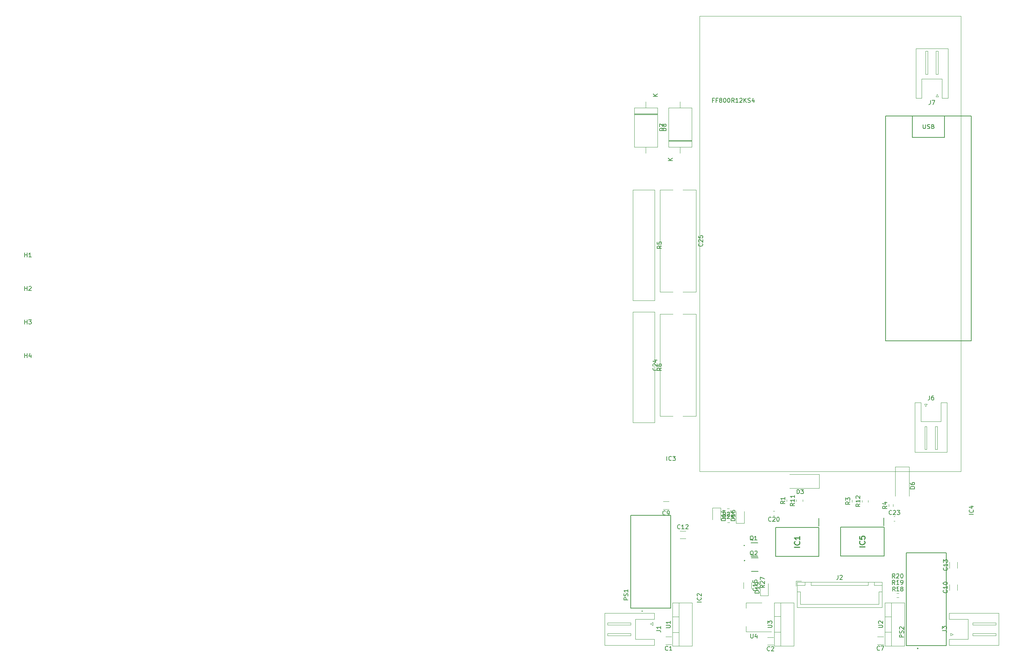
<source format=gbr>
%TF.GenerationSoftware,KiCad,Pcbnew,7.0.9*%
%TF.CreationDate,2024-01-25T19:07:54+05:30*%
%TF.ProjectId,Inverter,496e7665-7274-4657-922e-6b696361645f,rev?*%
%TF.SameCoordinates,Original*%
%TF.FileFunction,Legend,Top*%
%TF.FilePolarity,Positive*%
%FSLAX46Y46*%
G04 Gerber Fmt 4.6, Leading zero omitted, Abs format (unit mm)*
G04 Created by KiCad (PCBNEW 7.0.9) date 2024-01-25 19:07:54*
%MOMM*%
%LPD*%
G01*
G04 APERTURE LIST*
%ADD10C,0.150000*%
%ADD11C,0.254000*%
%ADD12C,0.120000*%
%ADD13C,0.200000*%
%ADD14C,0.127000*%
G04 APERTURE END LIST*
D10*
X53109905Y-127541819D02*
X53109905Y-126541819D01*
X53109905Y-126541819D02*
X53348000Y-126541819D01*
X53348000Y-126541819D02*
X53490857Y-126589438D01*
X53490857Y-126589438D02*
X53586095Y-126684676D01*
X53586095Y-126684676D02*
X53633714Y-126779914D01*
X53633714Y-126779914D02*
X53681333Y-126970390D01*
X53681333Y-126970390D02*
X53681333Y-127113247D01*
X53681333Y-127113247D02*
X53633714Y-127303723D01*
X53633714Y-127303723D02*
X53586095Y-127398961D01*
X53586095Y-127398961D02*
X53490857Y-127494200D01*
X53490857Y-127494200D02*
X53348000Y-127541819D01*
X53348000Y-127541819D02*
X53109905Y-127541819D01*
X54014667Y-126541819D02*
X54633714Y-126541819D01*
X54633714Y-126541819D02*
X54300381Y-126922771D01*
X54300381Y-126922771D02*
X54443238Y-126922771D01*
X54443238Y-126922771D02*
X54538476Y-126970390D01*
X54538476Y-126970390D02*
X54586095Y-127018009D01*
X54586095Y-127018009D02*
X54633714Y-127113247D01*
X54633714Y-127113247D02*
X54633714Y-127351342D01*
X54633714Y-127351342D02*
X54586095Y-127446580D01*
X54586095Y-127446580D02*
X54538476Y-127494200D01*
X54538476Y-127494200D02*
X54443238Y-127541819D01*
X54443238Y-127541819D02*
X54157524Y-127541819D01*
X54157524Y-127541819D02*
X54062286Y-127494200D01*
X54062286Y-127494200D02*
X54014667Y-127446580D01*
X68063219Y-129963657D02*
X67587028Y-130296990D01*
X68063219Y-130535085D02*
X67063219Y-130535085D01*
X67063219Y-130535085D02*
X67063219Y-130154133D01*
X67063219Y-130154133D02*
X67110838Y-130058895D01*
X67110838Y-130058895D02*
X67158457Y-130011276D01*
X67158457Y-130011276D02*
X67253695Y-129963657D01*
X67253695Y-129963657D02*
X67396552Y-129963657D01*
X67396552Y-129963657D02*
X67491790Y-130011276D01*
X67491790Y-130011276D02*
X67539409Y-130058895D01*
X67539409Y-130058895D02*
X67587028Y-130154133D01*
X67587028Y-130154133D02*
X67587028Y-130535085D01*
X68063219Y-129011276D02*
X68063219Y-129582704D01*
X68063219Y-129296990D02*
X67063219Y-129296990D01*
X67063219Y-129296990D02*
X67206076Y-129392228D01*
X67206076Y-129392228D02*
X67301314Y-129487466D01*
X67301314Y-129487466D02*
X67348933Y-129582704D01*
X67158457Y-128630323D02*
X67110838Y-128582704D01*
X67110838Y-128582704D02*
X67063219Y-128487466D01*
X67063219Y-128487466D02*
X67063219Y-128249371D01*
X67063219Y-128249371D02*
X67110838Y-128154133D01*
X67110838Y-128154133D02*
X67158457Y-128106514D01*
X67158457Y-128106514D02*
X67253695Y-128058895D01*
X67253695Y-128058895D02*
X67348933Y-128058895D01*
X67348933Y-128058895D02*
X67491790Y-128106514D01*
X67491790Y-128106514D02*
X68063219Y-128677942D01*
X68063219Y-128677942D02*
X68063219Y-128058895D01*
X46670933Y-164718780D02*
X46623314Y-164766400D01*
X46623314Y-164766400D02*
X46480457Y-164814019D01*
X46480457Y-164814019D02*
X46385219Y-164814019D01*
X46385219Y-164814019D02*
X46242362Y-164766400D01*
X46242362Y-164766400D02*
X46147124Y-164671161D01*
X46147124Y-164671161D02*
X46099505Y-164575923D01*
X46099505Y-164575923D02*
X46051886Y-164385447D01*
X46051886Y-164385447D02*
X46051886Y-164242590D01*
X46051886Y-164242590D02*
X46099505Y-164052114D01*
X46099505Y-164052114D02*
X46147124Y-163956876D01*
X46147124Y-163956876D02*
X46242362Y-163861638D01*
X46242362Y-163861638D02*
X46385219Y-163814019D01*
X46385219Y-163814019D02*
X46480457Y-163814019D01*
X46480457Y-163814019D02*
X46623314Y-163861638D01*
X46623314Y-163861638D02*
X46670933Y-163909257D01*
X47051886Y-163909257D02*
X47099505Y-163861638D01*
X47099505Y-163861638D02*
X47194743Y-163814019D01*
X47194743Y-163814019D02*
X47432838Y-163814019D01*
X47432838Y-163814019D02*
X47528076Y-163861638D01*
X47528076Y-163861638D02*
X47575695Y-163909257D01*
X47575695Y-163909257D02*
X47623314Y-164004495D01*
X47623314Y-164004495D02*
X47623314Y-164099733D01*
X47623314Y-164099733D02*
X47575695Y-164242590D01*
X47575695Y-164242590D02*
X47004267Y-164814019D01*
X47004267Y-164814019D02*
X47623314Y-164814019D01*
X25392142Y-135796580D02*
X25344523Y-135844200D01*
X25344523Y-135844200D02*
X25201666Y-135891819D01*
X25201666Y-135891819D02*
X25106428Y-135891819D01*
X25106428Y-135891819D02*
X24963571Y-135844200D01*
X24963571Y-135844200D02*
X24868333Y-135748961D01*
X24868333Y-135748961D02*
X24820714Y-135653723D01*
X24820714Y-135653723D02*
X24773095Y-135463247D01*
X24773095Y-135463247D02*
X24773095Y-135320390D01*
X24773095Y-135320390D02*
X24820714Y-135129914D01*
X24820714Y-135129914D02*
X24868333Y-135034676D01*
X24868333Y-135034676D02*
X24963571Y-134939438D01*
X24963571Y-134939438D02*
X25106428Y-134891819D01*
X25106428Y-134891819D02*
X25201666Y-134891819D01*
X25201666Y-134891819D02*
X25344523Y-134939438D01*
X25344523Y-134939438D02*
X25392142Y-134987057D01*
X26344523Y-135891819D02*
X25773095Y-135891819D01*
X26058809Y-135891819D02*
X26058809Y-134891819D01*
X26058809Y-134891819D02*
X25963571Y-135034676D01*
X25963571Y-135034676D02*
X25868333Y-135129914D01*
X25868333Y-135129914D02*
X25773095Y-135177533D01*
X26725476Y-134987057D02*
X26773095Y-134939438D01*
X26773095Y-134939438D02*
X26868333Y-134891819D01*
X26868333Y-134891819D02*
X27106428Y-134891819D01*
X27106428Y-134891819D02*
X27201666Y-134939438D01*
X27201666Y-134939438D02*
X27249285Y-134987057D01*
X27249285Y-134987057D02*
X27296904Y-135082295D01*
X27296904Y-135082295D02*
X27296904Y-135177533D01*
X27296904Y-135177533D02*
X27249285Y-135320390D01*
X27249285Y-135320390D02*
X26677857Y-135891819D01*
X26677857Y-135891819D02*
X27296904Y-135891819D01*
X22084819Y-41378094D02*
X21084819Y-41378094D01*
X21084819Y-41378094D02*
X21084819Y-41139999D01*
X21084819Y-41139999D02*
X21132438Y-40997142D01*
X21132438Y-40997142D02*
X21227676Y-40901904D01*
X21227676Y-40901904D02*
X21322914Y-40854285D01*
X21322914Y-40854285D02*
X21513390Y-40806666D01*
X21513390Y-40806666D02*
X21656247Y-40806666D01*
X21656247Y-40806666D02*
X21846723Y-40854285D01*
X21846723Y-40854285D02*
X21941961Y-40901904D01*
X21941961Y-40901904D02*
X22037200Y-40997142D01*
X22037200Y-40997142D02*
X22084819Y-41139999D01*
X22084819Y-41139999D02*
X22084819Y-41378094D01*
X21513390Y-40235237D02*
X21465771Y-40330475D01*
X21465771Y-40330475D02*
X21418152Y-40378094D01*
X21418152Y-40378094D02*
X21322914Y-40425713D01*
X21322914Y-40425713D02*
X21275295Y-40425713D01*
X21275295Y-40425713D02*
X21180057Y-40378094D01*
X21180057Y-40378094D02*
X21132438Y-40330475D01*
X21132438Y-40330475D02*
X21084819Y-40235237D01*
X21084819Y-40235237D02*
X21084819Y-40044761D01*
X21084819Y-40044761D02*
X21132438Y-39949523D01*
X21132438Y-39949523D02*
X21180057Y-39901904D01*
X21180057Y-39901904D02*
X21275295Y-39854285D01*
X21275295Y-39854285D02*
X21322914Y-39854285D01*
X21322914Y-39854285D02*
X21418152Y-39901904D01*
X21418152Y-39901904D02*
X21465771Y-39949523D01*
X21465771Y-39949523D02*
X21513390Y-40044761D01*
X21513390Y-40044761D02*
X21513390Y-40235237D01*
X21513390Y-40235237D02*
X21561009Y-40330475D01*
X21561009Y-40330475D02*
X21608628Y-40378094D01*
X21608628Y-40378094D02*
X21703866Y-40425713D01*
X21703866Y-40425713D02*
X21894342Y-40425713D01*
X21894342Y-40425713D02*
X21989580Y-40378094D01*
X21989580Y-40378094D02*
X22037200Y-40330475D01*
X22037200Y-40330475D02*
X22084819Y-40235237D01*
X22084819Y-40235237D02*
X22084819Y-40044761D01*
X22084819Y-40044761D02*
X22037200Y-39949523D01*
X22037200Y-39949523D02*
X21989580Y-39901904D01*
X21989580Y-39901904D02*
X21894342Y-39854285D01*
X21894342Y-39854285D02*
X21703866Y-39854285D01*
X21703866Y-39854285D02*
X21608628Y-39901904D01*
X21608628Y-39901904D02*
X21561009Y-39949523D01*
X21561009Y-39949523D02*
X21513390Y-40044761D01*
X23554819Y-48521904D02*
X22554819Y-48521904D01*
X23554819Y-47950476D02*
X22983390Y-48379047D01*
X22554819Y-47950476D02*
X23126247Y-48521904D01*
D11*
X53761918Y-140227162D02*
X52491918Y-140227162D01*
X53640965Y-138896685D02*
X53701442Y-138957161D01*
X53701442Y-138957161D02*
X53761918Y-139138590D01*
X53761918Y-139138590D02*
X53761918Y-139259542D01*
X53761918Y-139259542D02*
X53701442Y-139440971D01*
X53701442Y-139440971D02*
X53580489Y-139561923D01*
X53580489Y-139561923D02*
X53459537Y-139622400D01*
X53459537Y-139622400D02*
X53217632Y-139682876D01*
X53217632Y-139682876D02*
X53036203Y-139682876D01*
X53036203Y-139682876D02*
X52794299Y-139622400D01*
X52794299Y-139622400D02*
X52673346Y-139561923D01*
X52673346Y-139561923D02*
X52552394Y-139440971D01*
X52552394Y-139440971D02*
X52491918Y-139259542D01*
X52491918Y-139259542D02*
X52491918Y-139138590D01*
X52491918Y-139138590D02*
X52552394Y-138957161D01*
X52552394Y-138957161D02*
X52612870Y-138896685D01*
X53761918Y-137687161D02*
X53761918Y-138412876D01*
X53761918Y-138050019D02*
X52491918Y-138050019D01*
X52491918Y-138050019D02*
X52673346Y-138170971D01*
X52673346Y-138170971D02*
X52794299Y-138291923D01*
X52794299Y-138291923D02*
X52854775Y-138412876D01*
D10*
X-130075704Y-95243019D02*
X-130075704Y-94243019D01*
X-130075704Y-94719209D02*
X-129504276Y-94719209D01*
X-129504276Y-95243019D02*
X-129504276Y-94243019D01*
X-128599514Y-94576352D02*
X-128599514Y-95243019D01*
X-128837609Y-94195400D02*
X-129075704Y-94909685D01*
X-129075704Y-94909685D02*
X-128456657Y-94909685D01*
X46162619Y-159283304D02*
X46972142Y-159283304D01*
X46972142Y-159283304D02*
X47067380Y-159235685D01*
X47067380Y-159235685D02*
X47115000Y-159188066D01*
X47115000Y-159188066D02*
X47162619Y-159092828D01*
X47162619Y-159092828D02*
X47162619Y-158902352D01*
X47162619Y-158902352D02*
X47115000Y-158807114D01*
X47115000Y-158807114D02*
X47067380Y-158759495D01*
X47067380Y-158759495D02*
X46972142Y-158711876D01*
X46972142Y-158711876D02*
X46162619Y-158711876D01*
X46162619Y-158330923D02*
X46162619Y-157711876D01*
X46162619Y-157711876D02*
X46543571Y-158045209D01*
X46543571Y-158045209D02*
X46543571Y-157902352D01*
X46543571Y-157902352D02*
X46591190Y-157807114D01*
X46591190Y-157807114D02*
X46638809Y-157759495D01*
X46638809Y-157759495D02*
X46734047Y-157711876D01*
X46734047Y-157711876D02*
X46972142Y-157711876D01*
X46972142Y-157711876D02*
X47067380Y-157759495D01*
X47067380Y-157759495D02*
X47115000Y-157807114D01*
X47115000Y-157807114D02*
X47162619Y-157902352D01*
X47162619Y-157902352D02*
X47162619Y-158188066D01*
X47162619Y-158188066D02*
X47115000Y-158283304D01*
X47115000Y-158283304D02*
X47067380Y-158330923D01*
X13034819Y-152744785D02*
X12034819Y-152744785D01*
X12034819Y-152744785D02*
X12034819Y-152363833D01*
X12034819Y-152363833D02*
X12082438Y-152268595D01*
X12082438Y-152268595D02*
X12130057Y-152220976D01*
X12130057Y-152220976D02*
X12225295Y-152173357D01*
X12225295Y-152173357D02*
X12368152Y-152173357D01*
X12368152Y-152173357D02*
X12463390Y-152220976D01*
X12463390Y-152220976D02*
X12511009Y-152268595D01*
X12511009Y-152268595D02*
X12558628Y-152363833D01*
X12558628Y-152363833D02*
X12558628Y-152744785D01*
X12987200Y-151792404D02*
X13034819Y-151649547D01*
X13034819Y-151649547D02*
X13034819Y-151411452D01*
X13034819Y-151411452D02*
X12987200Y-151316214D01*
X12987200Y-151316214D02*
X12939580Y-151268595D01*
X12939580Y-151268595D02*
X12844342Y-151220976D01*
X12844342Y-151220976D02*
X12749104Y-151220976D01*
X12749104Y-151220976D02*
X12653866Y-151268595D01*
X12653866Y-151268595D02*
X12606247Y-151316214D01*
X12606247Y-151316214D02*
X12558628Y-151411452D01*
X12558628Y-151411452D02*
X12511009Y-151601928D01*
X12511009Y-151601928D02*
X12463390Y-151697166D01*
X12463390Y-151697166D02*
X12415771Y-151744785D01*
X12415771Y-151744785D02*
X12320533Y-151792404D01*
X12320533Y-151792404D02*
X12225295Y-151792404D01*
X12225295Y-151792404D02*
X12130057Y-151744785D01*
X12130057Y-151744785D02*
X12082438Y-151697166D01*
X12082438Y-151697166D02*
X12034819Y-151601928D01*
X12034819Y-151601928D02*
X12034819Y-151363833D01*
X12034819Y-151363833D02*
X12082438Y-151220976D01*
X13034819Y-150268595D02*
X13034819Y-150840023D01*
X13034819Y-150554309D02*
X12034819Y-150554309D01*
X12034819Y-150554309D02*
X12177676Y-150649547D01*
X12177676Y-150649547D02*
X12272914Y-150744785D01*
X12272914Y-150744785D02*
X12320533Y-150840023D01*
X62872666Y-146882419D02*
X62872666Y-147596704D01*
X62872666Y-147596704D02*
X62825047Y-147739561D01*
X62825047Y-147739561D02*
X62729809Y-147834800D01*
X62729809Y-147834800D02*
X62586952Y-147882419D01*
X62586952Y-147882419D02*
X62491714Y-147882419D01*
X63301238Y-146977657D02*
X63348857Y-146930038D01*
X63348857Y-146930038D02*
X63444095Y-146882419D01*
X63444095Y-146882419D02*
X63682190Y-146882419D01*
X63682190Y-146882419D02*
X63777428Y-146930038D01*
X63777428Y-146930038D02*
X63825047Y-146977657D01*
X63825047Y-146977657D02*
X63872666Y-147072895D01*
X63872666Y-147072895D02*
X63872666Y-147168133D01*
X63872666Y-147168133D02*
X63825047Y-147310990D01*
X63825047Y-147310990D02*
X63253619Y-147882419D01*
X63253619Y-147882419D02*
X63872666Y-147882419D01*
X-130075704Y-87293019D02*
X-130075704Y-86293019D01*
X-130075704Y-86769209D02*
X-129504276Y-86769209D01*
X-129504276Y-87293019D02*
X-129504276Y-86293019D01*
X-129123323Y-86293019D02*
X-128504276Y-86293019D01*
X-128504276Y-86293019D02*
X-128837609Y-86673971D01*
X-128837609Y-86673971D02*
X-128694752Y-86673971D01*
X-128694752Y-86673971D02*
X-128599514Y-86721590D01*
X-128599514Y-86721590D02*
X-128551895Y-86769209D01*
X-128551895Y-86769209D02*
X-128504276Y-86864447D01*
X-128504276Y-86864447D02*
X-128504276Y-87102542D01*
X-128504276Y-87102542D02*
X-128551895Y-87197780D01*
X-128551895Y-87197780D02*
X-128599514Y-87245400D01*
X-128599514Y-87245400D02*
X-128694752Y-87293019D01*
X-128694752Y-87293019D02*
X-128980466Y-87293019D01*
X-128980466Y-87293019D02*
X-129075704Y-87245400D01*
X-129075704Y-87245400D02*
X-129123323Y-87197780D01*
X30651580Y-68206857D02*
X30699200Y-68254476D01*
X30699200Y-68254476D02*
X30746819Y-68397333D01*
X30746819Y-68397333D02*
X30746819Y-68492571D01*
X30746819Y-68492571D02*
X30699200Y-68635428D01*
X30699200Y-68635428D02*
X30603961Y-68730666D01*
X30603961Y-68730666D02*
X30508723Y-68778285D01*
X30508723Y-68778285D02*
X30318247Y-68825904D01*
X30318247Y-68825904D02*
X30175390Y-68825904D01*
X30175390Y-68825904D02*
X29984914Y-68778285D01*
X29984914Y-68778285D02*
X29889676Y-68730666D01*
X29889676Y-68730666D02*
X29794438Y-68635428D01*
X29794438Y-68635428D02*
X29746819Y-68492571D01*
X29746819Y-68492571D02*
X29746819Y-68397333D01*
X29746819Y-68397333D02*
X29794438Y-68254476D01*
X29794438Y-68254476D02*
X29842057Y-68206857D01*
X29842057Y-67825904D02*
X29794438Y-67778285D01*
X29794438Y-67778285D02*
X29746819Y-67683047D01*
X29746819Y-67683047D02*
X29746819Y-67444952D01*
X29746819Y-67444952D02*
X29794438Y-67349714D01*
X29794438Y-67349714D02*
X29842057Y-67302095D01*
X29842057Y-67302095D02*
X29937295Y-67254476D01*
X29937295Y-67254476D02*
X30032533Y-67254476D01*
X30032533Y-67254476D02*
X30175390Y-67302095D01*
X30175390Y-67302095D02*
X30746819Y-67873523D01*
X30746819Y-67873523D02*
X30746819Y-67254476D01*
X29746819Y-66349714D02*
X29746819Y-66825904D01*
X29746819Y-66825904D02*
X30223009Y-66873523D01*
X30223009Y-66873523D02*
X30175390Y-66825904D01*
X30175390Y-66825904D02*
X30127771Y-66730666D01*
X30127771Y-66730666D02*
X30127771Y-66492571D01*
X30127771Y-66492571D02*
X30175390Y-66397333D01*
X30175390Y-66397333D02*
X30223009Y-66349714D01*
X30223009Y-66349714D02*
X30318247Y-66302095D01*
X30318247Y-66302095D02*
X30556342Y-66302095D01*
X30556342Y-66302095D02*
X30651580Y-66349714D01*
X30651580Y-66349714D02*
X30699200Y-66397333D01*
X30699200Y-66397333D02*
X30746819Y-66492571D01*
X30746819Y-66492571D02*
X30746819Y-66730666D01*
X30746819Y-66730666D02*
X30699200Y-66825904D01*
X30699200Y-66825904D02*
X30651580Y-66873523D01*
X20968819Y-68746666D02*
X20492628Y-69079999D01*
X20968819Y-69318094D02*
X19968819Y-69318094D01*
X19968819Y-69318094D02*
X19968819Y-68937142D01*
X19968819Y-68937142D02*
X20016438Y-68841904D01*
X20016438Y-68841904D02*
X20064057Y-68794285D01*
X20064057Y-68794285D02*
X20159295Y-68746666D01*
X20159295Y-68746666D02*
X20302152Y-68746666D01*
X20302152Y-68746666D02*
X20397390Y-68794285D01*
X20397390Y-68794285D02*
X20445009Y-68841904D01*
X20445009Y-68841904D02*
X20492628Y-68937142D01*
X20492628Y-68937142D02*
X20492628Y-69318094D01*
X19968819Y-67841904D02*
X19968819Y-68318094D01*
X19968819Y-68318094D02*
X20445009Y-68365713D01*
X20445009Y-68365713D02*
X20397390Y-68318094D01*
X20397390Y-68318094D02*
X20349771Y-68222856D01*
X20349771Y-68222856D02*
X20349771Y-67984761D01*
X20349771Y-67984761D02*
X20397390Y-67889523D01*
X20397390Y-67889523D02*
X20445009Y-67841904D01*
X20445009Y-67841904D02*
X20540247Y-67794285D01*
X20540247Y-67794285D02*
X20778342Y-67794285D01*
X20778342Y-67794285D02*
X20873580Y-67841904D01*
X20873580Y-67841904D02*
X20921200Y-67889523D01*
X20921200Y-67889523D02*
X20968819Y-67984761D01*
X20968819Y-67984761D02*
X20968819Y-68222856D01*
X20968819Y-68222856D02*
X20921200Y-68318094D01*
X20921200Y-68318094D02*
X20873580Y-68365713D01*
X22264810Y-119675819D02*
X22264810Y-118675819D01*
X23312428Y-119580580D02*
X23264809Y-119628200D01*
X23264809Y-119628200D02*
X23121952Y-119675819D01*
X23121952Y-119675819D02*
X23026714Y-119675819D01*
X23026714Y-119675819D02*
X22883857Y-119628200D01*
X22883857Y-119628200D02*
X22788619Y-119532961D01*
X22788619Y-119532961D02*
X22741000Y-119437723D01*
X22741000Y-119437723D02*
X22693381Y-119247247D01*
X22693381Y-119247247D02*
X22693381Y-119104390D01*
X22693381Y-119104390D02*
X22741000Y-118913914D01*
X22741000Y-118913914D02*
X22788619Y-118818676D01*
X22788619Y-118818676D02*
X22883857Y-118723438D01*
X22883857Y-118723438D02*
X23026714Y-118675819D01*
X23026714Y-118675819D02*
X23121952Y-118675819D01*
X23121952Y-118675819D02*
X23264809Y-118723438D01*
X23264809Y-118723438D02*
X23312428Y-118771057D01*
X23645762Y-118675819D02*
X24264809Y-118675819D01*
X24264809Y-118675819D02*
X23931476Y-119056771D01*
X23931476Y-119056771D02*
X24074333Y-119056771D01*
X24074333Y-119056771D02*
X24169571Y-119104390D01*
X24169571Y-119104390D02*
X24217190Y-119152009D01*
X24217190Y-119152009D02*
X24264809Y-119247247D01*
X24264809Y-119247247D02*
X24264809Y-119485342D01*
X24264809Y-119485342D02*
X24217190Y-119580580D01*
X24217190Y-119580580D02*
X24169571Y-119628200D01*
X24169571Y-119628200D02*
X24074333Y-119675819D01*
X24074333Y-119675819D02*
X23788619Y-119675819D01*
X23788619Y-119675819D02*
X23693381Y-119628200D01*
X23693381Y-119628200D02*
X23645762Y-119580580D01*
X42778161Y-142198257D02*
X42682923Y-142150638D01*
X42682923Y-142150638D02*
X42587685Y-142055400D01*
X42587685Y-142055400D02*
X42444828Y-141912542D01*
X42444828Y-141912542D02*
X42349590Y-141864923D01*
X42349590Y-141864923D02*
X42254352Y-141864923D01*
X42301971Y-142103019D02*
X42206733Y-142055400D01*
X42206733Y-142055400D02*
X42111495Y-141960161D01*
X42111495Y-141960161D02*
X42063876Y-141769685D01*
X42063876Y-141769685D02*
X42063876Y-141436352D01*
X42063876Y-141436352D02*
X42111495Y-141245876D01*
X42111495Y-141245876D02*
X42206733Y-141150638D01*
X42206733Y-141150638D02*
X42301971Y-141103019D01*
X42301971Y-141103019D02*
X42492447Y-141103019D01*
X42492447Y-141103019D02*
X42587685Y-141150638D01*
X42587685Y-141150638D02*
X42682923Y-141245876D01*
X42682923Y-141245876D02*
X42730542Y-141436352D01*
X42730542Y-141436352D02*
X42730542Y-141769685D01*
X42730542Y-141769685D02*
X42682923Y-141960161D01*
X42682923Y-141960161D02*
X42587685Y-142055400D01*
X42587685Y-142055400D02*
X42492447Y-142103019D01*
X42492447Y-142103019D02*
X42301971Y-142103019D01*
X43111495Y-141198257D02*
X43159114Y-141150638D01*
X43159114Y-141150638D02*
X43254352Y-141103019D01*
X43254352Y-141103019D02*
X43492447Y-141103019D01*
X43492447Y-141103019D02*
X43587685Y-141150638D01*
X43587685Y-141150638D02*
X43635304Y-141198257D01*
X43635304Y-141198257D02*
X43682923Y-141293495D01*
X43682923Y-141293495D02*
X43682923Y-141388733D01*
X43682923Y-141388733D02*
X43635304Y-141531590D01*
X43635304Y-141531590D02*
X43063876Y-142103019D01*
X43063876Y-142103019D02*
X43682923Y-142103019D01*
X81009019Y-126366494D02*
X80009019Y-126366494D01*
X80009019Y-126366494D02*
X80009019Y-126128399D01*
X80009019Y-126128399D02*
X80056638Y-125985542D01*
X80056638Y-125985542D02*
X80151876Y-125890304D01*
X80151876Y-125890304D02*
X80247114Y-125842685D01*
X80247114Y-125842685D02*
X80437590Y-125795066D01*
X80437590Y-125795066D02*
X80580447Y-125795066D01*
X80580447Y-125795066D02*
X80770923Y-125842685D01*
X80770923Y-125842685D02*
X80866161Y-125890304D01*
X80866161Y-125890304D02*
X80961400Y-125985542D01*
X80961400Y-125985542D02*
X81009019Y-126128399D01*
X81009019Y-126128399D02*
X81009019Y-126366494D01*
X80009019Y-124937923D02*
X80009019Y-125128399D01*
X80009019Y-125128399D02*
X80056638Y-125223637D01*
X80056638Y-125223637D02*
X80104257Y-125271256D01*
X80104257Y-125271256D02*
X80247114Y-125366494D01*
X80247114Y-125366494D02*
X80437590Y-125414113D01*
X80437590Y-125414113D02*
X80818542Y-125414113D01*
X80818542Y-125414113D02*
X80913780Y-125366494D01*
X80913780Y-125366494D02*
X80961400Y-125318875D01*
X80961400Y-125318875D02*
X81009019Y-125223637D01*
X81009019Y-125223637D02*
X81009019Y-125033161D01*
X81009019Y-125033161D02*
X80961400Y-124937923D01*
X80961400Y-124937923D02*
X80913780Y-124890304D01*
X80913780Y-124890304D02*
X80818542Y-124842685D01*
X80818542Y-124842685D02*
X80580447Y-124842685D01*
X80580447Y-124842685D02*
X80485209Y-124890304D01*
X80485209Y-124890304D02*
X80437590Y-124937923D01*
X80437590Y-124937923D02*
X80389971Y-125033161D01*
X80389971Y-125033161D02*
X80389971Y-125223637D01*
X80389971Y-125223637D02*
X80437590Y-125318875D01*
X80437590Y-125318875D02*
X80485209Y-125366494D01*
X80485209Y-125366494D02*
X80580447Y-125414113D01*
X36187142Y-133456819D02*
X35853809Y-132980628D01*
X35615714Y-133456819D02*
X35615714Y-132456819D01*
X35615714Y-132456819D02*
X35996666Y-132456819D01*
X35996666Y-132456819D02*
X36091904Y-132504438D01*
X36091904Y-132504438D02*
X36139523Y-132552057D01*
X36139523Y-132552057D02*
X36187142Y-132647295D01*
X36187142Y-132647295D02*
X36187142Y-132790152D01*
X36187142Y-132790152D02*
X36139523Y-132885390D01*
X36139523Y-132885390D02*
X36091904Y-132933009D01*
X36091904Y-132933009D02*
X35996666Y-132980628D01*
X35996666Y-132980628D02*
X35615714Y-132980628D01*
X36568095Y-132552057D02*
X36615714Y-132504438D01*
X36615714Y-132504438D02*
X36710952Y-132456819D01*
X36710952Y-132456819D02*
X36949047Y-132456819D01*
X36949047Y-132456819D02*
X37044285Y-132504438D01*
X37044285Y-132504438D02*
X37091904Y-132552057D01*
X37091904Y-132552057D02*
X37139523Y-132647295D01*
X37139523Y-132647295D02*
X37139523Y-132742533D01*
X37139523Y-132742533D02*
X37091904Y-132885390D01*
X37091904Y-132885390D02*
X36520476Y-133456819D01*
X36520476Y-133456819D02*
X37139523Y-133456819D01*
X37996666Y-132790152D02*
X37996666Y-133456819D01*
X37758571Y-132409200D02*
X37520476Y-133123485D01*
X37520476Y-133123485D02*
X38139523Y-133123485D01*
X87577019Y-159997733D02*
X88291304Y-159997733D01*
X88291304Y-159997733D02*
X88434161Y-160045352D01*
X88434161Y-160045352D02*
X88529400Y-160140590D01*
X88529400Y-160140590D02*
X88577019Y-160283447D01*
X88577019Y-160283447D02*
X88577019Y-160378685D01*
X87577019Y-159616780D02*
X87577019Y-158997733D01*
X87577019Y-158997733D02*
X87957971Y-159331066D01*
X87957971Y-159331066D02*
X87957971Y-159188209D01*
X87957971Y-159188209D02*
X88005590Y-159092971D01*
X88005590Y-159092971D02*
X88053209Y-159045352D01*
X88053209Y-159045352D02*
X88148447Y-158997733D01*
X88148447Y-158997733D02*
X88386542Y-158997733D01*
X88386542Y-158997733D02*
X88481780Y-159045352D01*
X88481780Y-159045352D02*
X88529400Y-159092971D01*
X88529400Y-159092971D02*
X88577019Y-159188209D01*
X88577019Y-159188209D02*
X88577019Y-159473923D01*
X88577019Y-159473923D02*
X88529400Y-159569161D01*
X88529400Y-159569161D02*
X88481780Y-159616780D01*
X76371842Y-150662819D02*
X76038509Y-150186628D01*
X75800414Y-150662819D02*
X75800414Y-149662819D01*
X75800414Y-149662819D02*
X76181366Y-149662819D01*
X76181366Y-149662819D02*
X76276604Y-149710438D01*
X76276604Y-149710438D02*
X76324223Y-149758057D01*
X76324223Y-149758057D02*
X76371842Y-149853295D01*
X76371842Y-149853295D02*
X76371842Y-149996152D01*
X76371842Y-149996152D02*
X76324223Y-150091390D01*
X76324223Y-150091390D02*
X76276604Y-150139009D01*
X76276604Y-150139009D02*
X76181366Y-150186628D01*
X76181366Y-150186628D02*
X75800414Y-150186628D01*
X77324223Y-150662819D02*
X76752795Y-150662819D01*
X77038509Y-150662819D02*
X77038509Y-149662819D01*
X77038509Y-149662819D02*
X76943271Y-149805676D01*
X76943271Y-149805676D02*
X76848033Y-149900914D01*
X76848033Y-149900914D02*
X76752795Y-149948533D01*
X77895652Y-150091390D02*
X77800414Y-150043771D01*
X77800414Y-150043771D02*
X77752795Y-149996152D01*
X77752795Y-149996152D02*
X77705176Y-149900914D01*
X77705176Y-149900914D02*
X77705176Y-149853295D01*
X77705176Y-149853295D02*
X77752795Y-149758057D01*
X77752795Y-149758057D02*
X77800414Y-149710438D01*
X77800414Y-149710438D02*
X77895652Y-149662819D01*
X77895652Y-149662819D02*
X78086128Y-149662819D01*
X78086128Y-149662819D02*
X78181366Y-149710438D01*
X78181366Y-149710438D02*
X78228985Y-149758057D01*
X78228985Y-149758057D02*
X78276604Y-149853295D01*
X78276604Y-149853295D02*
X78276604Y-149900914D01*
X78276604Y-149900914D02*
X78228985Y-149996152D01*
X78228985Y-149996152D02*
X78181366Y-150043771D01*
X78181366Y-150043771D02*
X78086128Y-150091390D01*
X78086128Y-150091390D02*
X77895652Y-150091390D01*
X77895652Y-150091390D02*
X77800414Y-150139009D01*
X77800414Y-150139009D02*
X77752795Y-150186628D01*
X77752795Y-150186628D02*
X77705176Y-150281866D01*
X77705176Y-150281866D02*
X77705176Y-150472342D01*
X77705176Y-150472342D02*
X77752795Y-150567580D01*
X77752795Y-150567580D02*
X77800414Y-150615200D01*
X77800414Y-150615200D02*
X77895652Y-150662819D01*
X77895652Y-150662819D02*
X78086128Y-150662819D01*
X78086128Y-150662819D02*
X78181366Y-150615200D01*
X78181366Y-150615200D02*
X78228985Y-150567580D01*
X78228985Y-150567580D02*
X78276604Y-150472342D01*
X78276604Y-150472342D02*
X78276604Y-150281866D01*
X78276604Y-150281866D02*
X78228985Y-150186628D01*
X78228985Y-150186628D02*
X78181366Y-150139009D01*
X78181366Y-150139009D02*
X78086128Y-150091390D01*
X44143819Y-151099685D02*
X43143819Y-151099685D01*
X43143819Y-151099685D02*
X43143819Y-150861590D01*
X43143819Y-150861590D02*
X43191438Y-150718733D01*
X43191438Y-150718733D02*
X43286676Y-150623495D01*
X43286676Y-150623495D02*
X43381914Y-150575876D01*
X43381914Y-150575876D02*
X43572390Y-150528257D01*
X43572390Y-150528257D02*
X43715247Y-150528257D01*
X43715247Y-150528257D02*
X43905723Y-150575876D01*
X43905723Y-150575876D02*
X44000961Y-150623495D01*
X44000961Y-150623495D02*
X44096200Y-150718733D01*
X44096200Y-150718733D02*
X44143819Y-150861590D01*
X44143819Y-150861590D02*
X44143819Y-151099685D01*
X44143819Y-149575876D02*
X44143819Y-150147304D01*
X44143819Y-149861590D02*
X43143819Y-149861590D01*
X43143819Y-149861590D02*
X43286676Y-149956828D01*
X43286676Y-149956828D02*
X43381914Y-150052066D01*
X43381914Y-150052066D02*
X43429533Y-150147304D01*
X44143819Y-149099685D02*
X44143819Y-148909209D01*
X44143819Y-148909209D02*
X44096200Y-148813971D01*
X44096200Y-148813971D02*
X44048580Y-148766352D01*
X44048580Y-148766352D02*
X43905723Y-148671114D01*
X43905723Y-148671114D02*
X43715247Y-148623495D01*
X43715247Y-148623495D02*
X43334295Y-148623495D01*
X43334295Y-148623495D02*
X43239057Y-148671114D01*
X43239057Y-148671114D02*
X43191438Y-148718733D01*
X43191438Y-148718733D02*
X43143819Y-148813971D01*
X43143819Y-148813971D02*
X43143819Y-149004447D01*
X43143819Y-149004447D02*
X43191438Y-149099685D01*
X43191438Y-149099685D02*
X43239057Y-149147304D01*
X43239057Y-149147304D02*
X43334295Y-149194923D01*
X43334295Y-149194923D02*
X43572390Y-149194923D01*
X43572390Y-149194923D02*
X43667628Y-149147304D01*
X43667628Y-149147304D02*
X43715247Y-149099685D01*
X43715247Y-149099685D02*
X43762866Y-149004447D01*
X43762866Y-149004447D02*
X43762866Y-148813971D01*
X43762866Y-148813971D02*
X43715247Y-148718733D01*
X43715247Y-148718733D02*
X43667628Y-148671114D01*
X43667628Y-148671114D02*
X43572390Y-148623495D01*
X50239819Y-129325666D02*
X49763628Y-129658999D01*
X50239819Y-129897094D02*
X49239819Y-129897094D01*
X49239819Y-129897094D02*
X49239819Y-129516142D01*
X49239819Y-129516142D02*
X49287438Y-129420904D01*
X49287438Y-129420904D02*
X49335057Y-129373285D01*
X49335057Y-129373285D02*
X49430295Y-129325666D01*
X49430295Y-129325666D02*
X49573152Y-129325666D01*
X49573152Y-129325666D02*
X49668390Y-129373285D01*
X49668390Y-129373285D02*
X49716009Y-129420904D01*
X49716009Y-129420904D02*
X49763628Y-129516142D01*
X49763628Y-129516142D02*
X49763628Y-129897094D01*
X50239819Y-128373285D02*
X50239819Y-128944713D01*
X50239819Y-128658999D02*
X49239819Y-128658999D01*
X49239819Y-128658999D02*
X49382676Y-128754237D01*
X49382676Y-128754237D02*
X49477914Y-128849475D01*
X49477914Y-128849475D02*
X49525533Y-128944713D01*
X74437419Y-130468666D02*
X73961228Y-130801999D01*
X74437419Y-131040094D02*
X73437419Y-131040094D01*
X73437419Y-131040094D02*
X73437419Y-130659142D01*
X73437419Y-130659142D02*
X73485038Y-130563904D01*
X73485038Y-130563904D02*
X73532657Y-130516285D01*
X73532657Y-130516285D02*
X73627895Y-130468666D01*
X73627895Y-130468666D02*
X73770752Y-130468666D01*
X73770752Y-130468666D02*
X73865990Y-130516285D01*
X73865990Y-130516285D02*
X73913609Y-130563904D01*
X73913609Y-130563904D02*
X73961228Y-130659142D01*
X73961228Y-130659142D02*
X73961228Y-131040094D01*
X73770752Y-129611523D02*
X74437419Y-129611523D01*
X73389800Y-129849618D02*
X74104085Y-130087713D01*
X74104085Y-130087713D02*
X74104085Y-129468666D01*
X72451619Y-159296404D02*
X73261142Y-159296404D01*
X73261142Y-159296404D02*
X73356380Y-159248785D01*
X73356380Y-159248785D02*
X73404000Y-159201166D01*
X73404000Y-159201166D02*
X73451619Y-159105928D01*
X73451619Y-159105928D02*
X73451619Y-158915452D01*
X73451619Y-158915452D02*
X73404000Y-158820214D01*
X73404000Y-158820214D02*
X73356380Y-158772595D01*
X73356380Y-158772595D02*
X73261142Y-158724976D01*
X73261142Y-158724976D02*
X72451619Y-158724976D01*
X72546857Y-158296404D02*
X72499238Y-158248785D01*
X72499238Y-158248785D02*
X72451619Y-158153547D01*
X72451619Y-158153547D02*
X72451619Y-157915452D01*
X72451619Y-157915452D02*
X72499238Y-157820214D01*
X72499238Y-157820214D02*
X72546857Y-157772595D01*
X72546857Y-157772595D02*
X72642095Y-157724976D01*
X72642095Y-157724976D02*
X72737333Y-157724976D01*
X72737333Y-157724976D02*
X72880190Y-157772595D01*
X72880190Y-157772595D02*
X73451619Y-158344023D01*
X73451619Y-158344023D02*
X73451619Y-157724976D01*
X76346442Y-147538619D02*
X76013109Y-147062428D01*
X75775014Y-147538619D02*
X75775014Y-146538619D01*
X75775014Y-146538619D02*
X76155966Y-146538619D01*
X76155966Y-146538619D02*
X76251204Y-146586238D01*
X76251204Y-146586238D02*
X76298823Y-146633857D01*
X76298823Y-146633857D02*
X76346442Y-146729095D01*
X76346442Y-146729095D02*
X76346442Y-146871952D01*
X76346442Y-146871952D02*
X76298823Y-146967190D01*
X76298823Y-146967190D02*
X76251204Y-147014809D01*
X76251204Y-147014809D02*
X76155966Y-147062428D01*
X76155966Y-147062428D02*
X75775014Y-147062428D01*
X76727395Y-146633857D02*
X76775014Y-146586238D01*
X76775014Y-146586238D02*
X76870252Y-146538619D01*
X76870252Y-146538619D02*
X77108347Y-146538619D01*
X77108347Y-146538619D02*
X77203585Y-146586238D01*
X77203585Y-146586238D02*
X77251204Y-146633857D01*
X77251204Y-146633857D02*
X77298823Y-146729095D01*
X77298823Y-146729095D02*
X77298823Y-146824333D01*
X77298823Y-146824333D02*
X77251204Y-146967190D01*
X77251204Y-146967190D02*
X76679776Y-147538619D01*
X76679776Y-147538619D02*
X77298823Y-147538619D01*
X77917871Y-146538619D02*
X78013109Y-146538619D01*
X78013109Y-146538619D02*
X78108347Y-146586238D01*
X78108347Y-146586238D02*
X78155966Y-146633857D01*
X78155966Y-146633857D02*
X78203585Y-146729095D01*
X78203585Y-146729095D02*
X78251204Y-146919571D01*
X78251204Y-146919571D02*
X78251204Y-147157666D01*
X78251204Y-147157666D02*
X78203585Y-147348142D01*
X78203585Y-147348142D02*
X78155966Y-147443380D01*
X78155966Y-147443380D02*
X78108347Y-147491000D01*
X78108347Y-147491000D02*
X78013109Y-147538619D01*
X78013109Y-147538619D02*
X77917871Y-147538619D01*
X77917871Y-147538619D02*
X77822633Y-147491000D01*
X77822633Y-147491000D02*
X77775014Y-147443380D01*
X77775014Y-147443380D02*
X77727395Y-147348142D01*
X77727395Y-147348142D02*
X77679776Y-147157666D01*
X77679776Y-147157666D02*
X77679776Y-146919571D01*
X77679776Y-146919571D02*
X77727395Y-146729095D01*
X77727395Y-146729095D02*
X77775014Y-146633857D01*
X77775014Y-146633857D02*
X77822633Y-146586238D01*
X77822633Y-146586238D02*
X77917871Y-146538619D01*
X46982142Y-133996580D02*
X46934523Y-134044200D01*
X46934523Y-134044200D02*
X46791666Y-134091819D01*
X46791666Y-134091819D02*
X46696428Y-134091819D01*
X46696428Y-134091819D02*
X46553571Y-134044200D01*
X46553571Y-134044200D02*
X46458333Y-133948961D01*
X46458333Y-133948961D02*
X46410714Y-133853723D01*
X46410714Y-133853723D02*
X46363095Y-133663247D01*
X46363095Y-133663247D02*
X46363095Y-133520390D01*
X46363095Y-133520390D02*
X46410714Y-133329914D01*
X46410714Y-133329914D02*
X46458333Y-133234676D01*
X46458333Y-133234676D02*
X46553571Y-133139438D01*
X46553571Y-133139438D02*
X46696428Y-133091819D01*
X46696428Y-133091819D02*
X46791666Y-133091819D01*
X46791666Y-133091819D02*
X46934523Y-133139438D01*
X46934523Y-133139438D02*
X46982142Y-133187057D01*
X47363095Y-133187057D02*
X47410714Y-133139438D01*
X47410714Y-133139438D02*
X47505952Y-133091819D01*
X47505952Y-133091819D02*
X47744047Y-133091819D01*
X47744047Y-133091819D02*
X47839285Y-133139438D01*
X47839285Y-133139438D02*
X47886904Y-133187057D01*
X47886904Y-133187057D02*
X47934523Y-133282295D01*
X47934523Y-133282295D02*
X47934523Y-133377533D01*
X47934523Y-133377533D02*
X47886904Y-133520390D01*
X47886904Y-133520390D02*
X47315476Y-134091819D01*
X47315476Y-134091819D02*
X47934523Y-134091819D01*
X48553571Y-133091819D02*
X48648809Y-133091819D01*
X48648809Y-133091819D02*
X48744047Y-133139438D01*
X48744047Y-133139438D02*
X48791666Y-133187057D01*
X48791666Y-133187057D02*
X48839285Y-133282295D01*
X48839285Y-133282295D02*
X48886904Y-133472771D01*
X48886904Y-133472771D02*
X48886904Y-133710866D01*
X48886904Y-133710866D02*
X48839285Y-133901342D01*
X48839285Y-133901342D02*
X48791666Y-133996580D01*
X48791666Y-133996580D02*
X48744047Y-134044200D01*
X48744047Y-134044200D02*
X48648809Y-134091819D01*
X48648809Y-134091819D02*
X48553571Y-134091819D01*
X48553571Y-134091819D02*
X48458333Y-134044200D01*
X48458333Y-134044200D02*
X48410714Y-133996580D01*
X48410714Y-133996580D02*
X48363095Y-133901342D01*
X48363095Y-133901342D02*
X48315476Y-133710866D01*
X48315476Y-133710866D02*
X48315476Y-133472771D01*
X48315476Y-133472771D02*
X48363095Y-133282295D01*
X48363095Y-133282295D02*
X48410714Y-133187057D01*
X48410714Y-133187057D02*
X48458333Y-133139438D01*
X48458333Y-133139438D02*
X48553571Y-133091819D01*
X36200522Y-132882819D02*
X35867189Y-132406628D01*
X35629094Y-132882819D02*
X35629094Y-131882819D01*
X35629094Y-131882819D02*
X36010046Y-131882819D01*
X36010046Y-131882819D02*
X36105284Y-131930438D01*
X36105284Y-131930438D02*
X36152903Y-131978057D01*
X36152903Y-131978057D02*
X36200522Y-132073295D01*
X36200522Y-132073295D02*
X36200522Y-132216152D01*
X36200522Y-132216152D02*
X36152903Y-132311390D01*
X36152903Y-132311390D02*
X36105284Y-132359009D01*
X36105284Y-132359009D02*
X36010046Y-132406628D01*
X36010046Y-132406628D02*
X35629094Y-132406628D01*
X36581475Y-131978057D02*
X36629094Y-131930438D01*
X36629094Y-131930438D02*
X36724332Y-131882819D01*
X36724332Y-131882819D02*
X36962427Y-131882819D01*
X36962427Y-131882819D02*
X37057665Y-131930438D01*
X37057665Y-131930438D02*
X37105284Y-131978057D01*
X37105284Y-131978057D02*
X37152903Y-132073295D01*
X37152903Y-132073295D02*
X37152903Y-132168533D01*
X37152903Y-132168533D02*
X37105284Y-132311390D01*
X37105284Y-132311390D02*
X36533856Y-132882819D01*
X36533856Y-132882819D02*
X37152903Y-132882819D01*
X37486237Y-131882819D02*
X38105284Y-131882819D01*
X38105284Y-131882819D02*
X37771951Y-132263771D01*
X37771951Y-132263771D02*
X37914808Y-132263771D01*
X37914808Y-132263771D02*
X38010046Y-132311390D01*
X38010046Y-132311390D02*
X38057665Y-132359009D01*
X38057665Y-132359009D02*
X38105284Y-132454247D01*
X38105284Y-132454247D02*
X38105284Y-132692342D01*
X38105284Y-132692342D02*
X38057665Y-132787580D01*
X38057665Y-132787580D02*
X38010046Y-132835200D01*
X38010046Y-132835200D02*
X37914808Y-132882819D01*
X37914808Y-132882819D02*
X37629094Y-132882819D01*
X37629094Y-132882819D02*
X37533856Y-132835200D01*
X37533856Y-132835200D02*
X37486237Y-132787580D01*
D11*
X69179718Y-140125562D02*
X67909718Y-140125562D01*
X69058765Y-138795085D02*
X69119242Y-138855561D01*
X69119242Y-138855561D02*
X69179718Y-139036990D01*
X69179718Y-139036990D02*
X69179718Y-139157942D01*
X69179718Y-139157942D02*
X69119242Y-139339371D01*
X69119242Y-139339371D02*
X68998289Y-139460323D01*
X68998289Y-139460323D02*
X68877337Y-139520800D01*
X68877337Y-139520800D02*
X68635432Y-139581276D01*
X68635432Y-139581276D02*
X68454003Y-139581276D01*
X68454003Y-139581276D02*
X68212099Y-139520800D01*
X68212099Y-139520800D02*
X68091146Y-139460323D01*
X68091146Y-139460323D02*
X67970194Y-139339371D01*
X67970194Y-139339371D02*
X67909718Y-139157942D01*
X67909718Y-139157942D02*
X67909718Y-139036990D01*
X67909718Y-139036990D02*
X67970194Y-138855561D01*
X67970194Y-138855561D02*
X68030670Y-138795085D01*
X67909718Y-137646038D02*
X67909718Y-138250800D01*
X67909718Y-138250800D02*
X68514480Y-138311276D01*
X68514480Y-138311276D02*
X68454003Y-138250800D01*
X68454003Y-138250800D02*
X68393527Y-138129847D01*
X68393527Y-138129847D02*
X68393527Y-137827466D01*
X68393527Y-137827466D02*
X68454003Y-137706514D01*
X68454003Y-137706514D02*
X68514480Y-137646038D01*
X68514480Y-137646038D02*
X68635432Y-137585561D01*
X68635432Y-137585561D02*
X68937813Y-137585561D01*
X68937813Y-137585561D02*
X69058765Y-137646038D01*
X69058765Y-137646038D02*
X69119242Y-137706514D01*
X69119242Y-137706514D02*
X69179718Y-137827466D01*
X69179718Y-137827466D02*
X69179718Y-138129847D01*
X69179718Y-138129847D02*
X69119242Y-138250800D01*
X69119242Y-138250800D02*
X69058765Y-138311276D01*
D10*
X72731333Y-164604880D02*
X72683714Y-164652500D01*
X72683714Y-164652500D02*
X72540857Y-164700119D01*
X72540857Y-164700119D02*
X72445619Y-164700119D01*
X72445619Y-164700119D02*
X72302762Y-164652500D01*
X72302762Y-164652500D02*
X72207524Y-164557261D01*
X72207524Y-164557261D02*
X72159905Y-164462023D01*
X72159905Y-164462023D02*
X72112286Y-164271547D01*
X72112286Y-164271547D02*
X72112286Y-164128690D01*
X72112286Y-164128690D02*
X72159905Y-163938214D01*
X72159905Y-163938214D02*
X72207524Y-163842976D01*
X72207524Y-163842976D02*
X72302762Y-163747738D01*
X72302762Y-163747738D02*
X72445619Y-163700119D01*
X72445619Y-163700119D02*
X72540857Y-163700119D01*
X72540857Y-163700119D02*
X72683714Y-163747738D01*
X72683714Y-163747738D02*
X72731333Y-163795357D01*
X73064667Y-163700119D02*
X73731333Y-163700119D01*
X73731333Y-163700119D02*
X73302762Y-164700119D01*
X20968819Y-97702666D02*
X20492628Y-98035999D01*
X20968819Y-98274094D02*
X19968819Y-98274094D01*
X19968819Y-98274094D02*
X19968819Y-97893142D01*
X19968819Y-97893142D02*
X20016438Y-97797904D01*
X20016438Y-97797904D02*
X20064057Y-97750285D01*
X20064057Y-97750285D02*
X20159295Y-97702666D01*
X20159295Y-97702666D02*
X20302152Y-97702666D01*
X20302152Y-97702666D02*
X20397390Y-97750285D01*
X20397390Y-97750285D02*
X20445009Y-97797904D01*
X20445009Y-97797904D02*
X20492628Y-97893142D01*
X20492628Y-97893142D02*
X20492628Y-98274094D01*
X19968819Y-96845523D02*
X19968819Y-97035999D01*
X19968819Y-97035999D02*
X20016438Y-97131237D01*
X20016438Y-97131237D02*
X20064057Y-97178856D01*
X20064057Y-97178856D02*
X20206914Y-97274094D01*
X20206914Y-97274094D02*
X20397390Y-97321713D01*
X20397390Y-97321713D02*
X20778342Y-97321713D01*
X20778342Y-97321713D02*
X20873580Y-97274094D01*
X20873580Y-97274094D02*
X20921200Y-97226475D01*
X20921200Y-97226475D02*
X20968819Y-97131237D01*
X20968819Y-97131237D02*
X20968819Y-96940761D01*
X20968819Y-96940761D02*
X20921200Y-96845523D01*
X20921200Y-96845523D02*
X20873580Y-96797904D01*
X20873580Y-96797904D02*
X20778342Y-96750285D01*
X20778342Y-96750285D02*
X20540247Y-96750285D01*
X20540247Y-96750285D02*
X20445009Y-96797904D01*
X20445009Y-96797904D02*
X20397390Y-96845523D01*
X20397390Y-96845523D02*
X20349771Y-96940761D01*
X20349771Y-96940761D02*
X20349771Y-97131237D01*
X20349771Y-97131237D02*
X20397390Y-97226475D01*
X20397390Y-97226475D02*
X20445009Y-97274094D01*
X20445009Y-97274094D02*
X20540247Y-97321713D01*
X42138695Y-160799819D02*
X42138695Y-161609342D01*
X42138695Y-161609342D02*
X42186314Y-161704580D01*
X42186314Y-161704580D02*
X42233933Y-161752200D01*
X42233933Y-161752200D02*
X42329171Y-161799819D01*
X42329171Y-161799819D02*
X42519647Y-161799819D01*
X42519647Y-161799819D02*
X42614885Y-161752200D01*
X42614885Y-161752200D02*
X42662504Y-161704580D01*
X42662504Y-161704580D02*
X42710123Y-161609342D01*
X42710123Y-161609342D02*
X42710123Y-160799819D01*
X43614885Y-161133152D02*
X43614885Y-161799819D01*
X43376790Y-160752200D02*
X43138695Y-161466485D01*
X43138695Y-161466485D02*
X43757742Y-161466485D01*
X30421619Y-153219389D02*
X29421619Y-153219389D01*
X30326380Y-152171771D02*
X30374000Y-152219390D01*
X30374000Y-152219390D02*
X30421619Y-152362247D01*
X30421619Y-152362247D02*
X30421619Y-152457485D01*
X30421619Y-152457485D02*
X30374000Y-152600342D01*
X30374000Y-152600342D02*
X30278761Y-152695580D01*
X30278761Y-152695580D02*
X30183523Y-152743199D01*
X30183523Y-152743199D02*
X29993047Y-152790818D01*
X29993047Y-152790818D02*
X29850190Y-152790818D01*
X29850190Y-152790818D02*
X29659714Y-152743199D01*
X29659714Y-152743199D02*
X29564476Y-152695580D01*
X29564476Y-152695580D02*
X29469238Y-152600342D01*
X29469238Y-152600342D02*
X29421619Y-152457485D01*
X29421619Y-152457485D02*
X29421619Y-152362247D01*
X29421619Y-152362247D02*
X29469238Y-152219390D01*
X29469238Y-152219390D02*
X29516857Y-152171771D01*
X29516857Y-151790818D02*
X29469238Y-151743199D01*
X29469238Y-151743199D02*
X29421619Y-151647961D01*
X29421619Y-151647961D02*
X29421619Y-151409866D01*
X29421619Y-151409866D02*
X29469238Y-151314628D01*
X29469238Y-151314628D02*
X29516857Y-151267009D01*
X29516857Y-151267009D02*
X29612095Y-151219390D01*
X29612095Y-151219390D02*
X29707333Y-151219390D01*
X29707333Y-151219390D02*
X29850190Y-151267009D01*
X29850190Y-151267009D02*
X30421619Y-151838437D01*
X30421619Y-151838437D02*
X30421619Y-151219390D01*
X22058019Y-159334104D02*
X22867542Y-159334104D01*
X22867542Y-159334104D02*
X22962780Y-159286485D01*
X22962780Y-159286485D02*
X23010400Y-159238866D01*
X23010400Y-159238866D02*
X23058019Y-159143628D01*
X23058019Y-159143628D02*
X23058019Y-158953152D01*
X23058019Y-158953152D02*
X23010400Y-158857914D01*
X23010400Y-158857914D02*
X22962780Y-158810295D01*
X22962780Y-158810295D02*
X22867542Y-158762676D01*
X22867542Y-158762676D02*
X22058019Y-158762676D01*
X23058019Y-157762676D02*
X23058019Y-158334104D01*
X23058019Y-158048390D02*
X22058019Y-158048390D01*
X22058019Y-158048390D02*
X22200876Y-158143628D01*
X22200876Y-158143628D02*
X22296114Y-158238866D01*
X22296114Y-158238866D02*
X22343733Y-158334104D01*
X76348342Y-149088019D02*
X76015009Y-148611828D01*
X75776914Y-149088019D02*
X75776914Y-148088019D01*
X75776914Y-148088019D02*
X76157866Y-148088019D01*
X76157866Y-148088019D02*
X76253104Y-148135638D01*
X76253104Y-148135638D02*
X76300723Y-148183257D01*
X76300723Y-148183257D02*
X76348342Y-148278495D01*
X76348342Y-148278495D02*
X76348342Y-148421352D01*
X76348342Y-148421352D02*
X76300723Y-148516590D01*
X76300723Y-148516590D02*
X76253104Y-148564209D01*
X76253104Y-148564209D02*
X76157866Y-148611828D01*
X76157866Y-148611828D02*
X75776914Y-148611828D01*
X77300723Y-149088019D02*
X76729295Y-149088019D01*
X77015009Y-149088019D02*
X77015009Y-148088019D01*
X77015009Y-148088019D02*
X76919771Y-148230876D01*
X76919771Y-148230876D02*
X76824533Y-148326114D01*
X76824533Y-148326114D02*
X76729295Y-148373733D01*
X77776914Y-149088019D02*
X77967390Y-149088019D01*
X77967390Y-149088019D02*
X78062628Y-149040400D01*
X78062628Y-149040400D02*
X78110247Y-148992780D01*
X78110247Y-148992780D02*
X78205485Y-148849923D01*
X78205485Y-148849923D02*
X78253104Y-148659447D01*
X78253104Y-148659447D02*
X78253104Y-148278495D01*
X78253104Y-148278495D02*
X78205485Y-148183257D01*
X78205485Y-148183257D02*
X78157866Y-148135638D01*
X78157866Y-148135638D02*
X78062628Y-148088019D01*
X78062628Y-148088019D02*
X77872152Y-148088019D01*
X77872152Y-148088019D02*
X77776914Y-148135638D01*
X77776914Y-148135638D02*
X77729295Y-148183257D01*
X77729295Y-148183257D02*
X77681676Y-148278495D01*
X77681676Y-148278495D02*
X77681676Y-148516590D01*
X77681676Y-148516590D02*
X77729295Y-148611828D01*
X77729295Y-148611828D02*
X77776914Y-148659447D01*
X77776914Y-148659447D02*
X77872152Y-148707066D01*
X77872152Y-148707066D02*
X78062628Y-148707066D01*
X78062628Y-148707066D02*
X78157866Y-148659447D01*
X78157866Y-148659447D02*
X78205485Y-148611828D01*
X78205485Y-148611828D02*
X78253104Y-148516590D01*
X84566666Y-104304819D02*
X84566666Y-105019104D01*
X84566666Y-105019104D02*
X84519047Y-105161961D01*
X84519047Y-105161961D02*
X84423809Y-105257200D01*
X84423809Y-105257200D02*
X84280952Y-105304819D01*
X84280952Y-105304819D02*
X84185714Y-105304819D01*
X85471428Y-104304819D02*
X85280952Y-104304819D01*
X85280952Y-104304819D02*
X85185714Y-104352438D01*
X85185714Y-104352438D02*
X85138095Y-104400057D01*
X85138095Y-104400057D02*
X85042857Y-104542914D01*
X85042857Y-104542914D02*
X84995238Y-104733390D01*
X84995238Y-104733390D02*
X84995238Y-105114342D01*
X84995238Y-105114342D02*
X85042857Y-105209580D01*
X85042857Y-105209580D02*
X85090476Y-105257200D01*
X85090476Y-105257200D02*
X85185714Y-105304819D01*
X85185714Y-105304819D02*
X85376190Y-105304819D01*
X85376190Y-105304819D02*
X85471428Y-105257200D01*
X85471428Y-105257200D02*
X85519047Y-105209580D01*
X85519047Y-105209580D02*
X85566666Y-105114342D01*
X85566666Y-105114342D02*
X85566666Y-104876247D01*
X85566666Y-104876247D02*
X85519047Y-104781009D01*
X85519047Y-104781009D02*
X85471428Y-104733390D01*
X85471428Y-104733390D02*
X85376190Y-104685771D01*
X85376190Y-104685771D02*
X85185714Y-104685771D01*
X85185714Y-104685771D02*
X85090476Y-104733390D01*
X85090476Y-104733390D02*
X85042857Y-104781009D01*
X85042857Y-104781009D02*
X84995238Y-104876247D01*
X75582542Y-132406580D02*
X75534923Y-132454200D01*
X75534923Y-132454200D02*
X75392066Y-132501819D01*
X75392066Y-132501819D02*
X75296828Y-132501819D01*
X75296828Y-132501819D02*
X75153971Y-132454200D01*
X75153971Y-132454200D02*
X75058733Y-132358961D01*
X75058733Y-132358961D02*
X75011114Y-132263723D01*
X75011114Y-132263723D02*
X74963495Y-132073247D01*
X74963495Y-132073247D02*
X74963495Y-131930390D01*
X74963495Y-131930390D02*
X75011114Y-131739914D01*
X75011114Y-131739914D02*
X75058733Y-131644676D01*
X75058733Y-131644676D02*
X75153971Y-131549438D01*
X75153971Y-131549438D02*
X75296828Y-131501819D01*
X75296828Y-131501819D02*
X75392066Y-131501819D01*
X75392066Y-131501819D02*
X75534923Y-131549438D01*
X75534923Y-131549438D02*
X75582542Y-131597057D01*
X75963495Y-131597057D02*
X76011114Y-131549438D01*
X76011114Y-131549438D02*
X76106352Y-131501819D01*
X76106352Y-131501819D02*
X76344447Y-131501819D01*
X76344447Y-131501819D02*
X76439685Y-131549438D01*
X76439685Y-131549438D02*
X76487304Y-131597057D01*
X76487304Y-131597057D02*
X76534923Y-131692295D01*
X76534923Y-131692295D02*
X76534923Y-131787533D01*
X76534923Y-131787533D02*
X76487304Y-131930390D01*
X76487304Y-131930390D02*
X75915876Y-132501819D01*
X75915876Y-132501819D02*
X76534923Y-132501819D01*
X76868257Y-131501819D02*
X77487304Y-131501819D01*
X77487304Y-131501819D02*
X77153971Y-131882771D01*
X77153971Y-131882771D02*
X77296828Y-131882771D01*
X77296828Y-131882771D02*
X77392066Y-131930390D01*
X77392066Y-131930390D02*
X77439685Y-131978009D01*
X77439685Y-131978009D02*
X77487304Y-132073247D01*
X77487304Y-132073247D02*
X77487304Y-132311342D01*
X77487304Y-132311342D02*
X77439685Y-132406580D01*
X77439685Y-132406580D02*
X77392066Y-132454200D01*
X77392066Y-132454200D02*
X77296828Y-132501819D01*
X77296828Y-132501819D02*
X77011114Y-132501819D01*
X77011114Y-132501819D02*
X76915876Y-132454200D01*
X76915876Y-132454200D02*
X76868257Y-132406580D01*
X94974819Y-132421189D02*
X93974819Y-132421189D01*
X94879580Y-131373571D02*
X94927200Y-131421190D01*
X94927200Y-131421190D02*
X94974819Y-131564047D01*
X94974819Y-131564047D02*
X94974819Y-131659285D01*
X94974819Y-131659285D02*
X94927200Y-131802142D01*
X94927200Y-131802142D02*
X94831961Y-131897380D01*
X94831961Y-131897380D02*
X94736723Y-131944999D01*
X94736723Y-131944999D02*
X94546247Y-131992618D01*
X94546247Y-131992618D02*
X94403390Y-131992618D01*
X94403390Y-131992618D02*
X94212914Y-131944999D01*
X94212914Y-131944999D02*
X94117676Y-131897380D01*
X94117676Y-131897380D02*
X94022438Y-131802142D01*
X94022438Y-131802142D02*
X93974819Y-131659285D01*
X93974819Y-131659285D02*
X93974819Y-131564047D01*
X93974819Y-131564047D02*
X94022438Y-131421190D01*
X94022438Y-131421190D02*
X94070057Y-131373571D01*
X94308152Y-130516428D02*
X94974819Y-130516428D01*
X93927200Y-130754523D02*
X94641485Y-130992618D01*
X94641485Y-130992618D02*
X94641485Y-130373571D01*
X19851580Y-97670857D02*
X19899200Y-97718476D01*
X19899200Y-97718476D02*
X19946819Y-97861333D01*
X19946819Y-97861333D02*
X19946819Y-97956571D01*
X19946819Y-97956571D02*
X19899200Y-98099428D01*
X19899200Y-98099428D02*
X19803961Y-98194666D01*
X19803961Y-98194666D02*
X19708723Y-98242285D01*
X19708723Y-98242285D02*
X19518247Y-98289904D01*
X19518247Y-98289904D02*
X19375390Y-98289904D01*
X19375390Y-98289904D02*
X19184914Y-98242285D01*
X19184914Y-98242285D02*
X19089676Y-98194666D01*
X19089676Y-98194666D02*
X18994438Y-98099428D01*
X18994438Y-98099428D02*
X18946819Y-97956571D01*
X18946819Y-97956571D02*
X18946819Y-97861333D01*
X18946819Y-97861333D02*
X18994438Y-97718476D01*
X18994438Y-97718476D02*
X19042057Y-97670857D01*
X19042057Y-97289904D02*
X18994438Y-97242285D01*
X18994438Y-97242285D02*
X18946819Y-97147047D01*
X18946819Y-97147047D02*
X18946819Y-96908952D01*
X18946819Y-96908952D02*
X18994438Y-96813714D01*
X18994438Y-96813714D02*
X19042057Y-96766095D01*
X19042057Y-96766095D02*
X19137295Y-96718476D01*
X19137295Y-96718476D02*
X19232533Y-96718476D01*
X19232533Y-96718476D02*
X19375390Y-96766095D01*
X19375390Y-96766095D02*
X19946819Y-97337523D01*
X19946819Y-97337523D02*
X19946819Y-96718476D01*
X19280152Y-95861333D02*
X19946819Y-95861333D01*
X18899200Y-96099428D02*
X19613485Y-96337523D01*
X19613485Y-96337523D02*
X19613485Y-95718476D01*
X36140819Y-133929285D02*
X35140819Y-133929285D01*
X35140819Y-133929285D02*
X35140819Y-133691190D01*
X35140819Y-133691190D02*
X35188438Y-133548333D01*
X35188438Y-133548333D02*
X35283676Y-133453095D01*
X35283676Y-133453095D02*
X35378914Y-133405476D01*
X35378914Y-133405476D02*
X35569390Y-133357857D01*
X35569390Y-133357857D02*
X35712247Y-133357857D01*
X35712247Y-133357857D02*
X35902723Y-133405476D01*
X35902723Y-133405476D02*
X35997961Y-133453095D01*
X35997961Y-133453095D02*
X36093200Y-133548333D01*
X36093200Y-133548333D02*
X36140819Y-133691190D01*
X36140819Y-133691190D02*
X36140819Y-133929285D01*
X36140819Y-132405476D02*
X36140819Y-132976904D01*
X36140819Y-132691190D02*
X35140819Y-132691190D01*
X35140819Y-132691190D02*
X35283676Y-132786428D01*
X35283676Y-132786428D02*
X35378914Y-132881666D01*
X35378914Y-132881666D02*
X35426533Y-132976904D01*
X35474152Y-131548333D02*
X36140819Y-131548333D01*
X35093200Y-131786428D02*
X35807485Y-132024523D01*
X35807485Y-132024523D02*
X35807485Y-131405476D01*
X-130075704Y-71393019D02*
X-130075704Y-70393019D01*
X-130075704Y-70869209D02*
X-129504276Y-70869209D01*
X-129504276Y-71393019D02*
X-129504276Y-70393019D01*
X-128504276Y-71393019D02*
X-129075704Y-71393019D01*
X-128789990Y-71393019D02*
X-128789990Y-70393019D01*
X-128789990Y-70393019D02*
X-128885228Y-70535876D01*
X-128885228Y-70535876D02*
X-128980466Y-70631114D01*
X-128980466Y-70631114D02*
X-129075704Y-70678733D01*
X65683019Y-129452666D02*
X65206828Y-129785999D01*
X65683019Y-130024094D02*
X64683019Y-130024094D01*
X64683019Y-130024094D02*
X64683019Y-129643142D01*
X64683019Y-129643142D02*
X64730638Y-129547904D01*
X64730638Y-129547904D02*
X64778257Y-129500285D01*
X64778257Y-129500285D02*
X64873495Y-129452666D01*
X64873495Y-129452666D02*
X65016352Y-129452666D01*
X65016352Y-129452666D02*
X65111590Y-129500285D01*
X65111590Y-129500285D02*
X65159209Y-129547904D01*
X65159209Y-129547904D02*
X65206828Y-129643142D01*
X65206828Y-129643142D02*
X65206828Y-130024094D01*
X64683019Y-129119332D02*
X64683019Y-128500285D01*
X64683019Y-128500285D02*
X65063971Y-128833618D01*
X65063971Y-128833618D02*
X65063971Y-128690761D01*
X65063971Y-128690761D02*
X65111590Y-128595523D01*
X65111590Y-128595523D02*
X65159209Y-128547904D01*
X65159209Y-128547904D02*
X65254447Y-128500285D01*
X65254447Y-128500285D02*
X65492542Y-128500285D01*
X65492542Y-128500285D02*
X65587780Y-128547904D01*
X65587780Y-128547904D02*
X65635400Y-128595523D01*
X65635400Y-128595523D02*
X65683019Y-128690761D01*
X65683019Y-128690761D02*
X65683019Y-128976475D01*
X65683019Y-128976475D02*
X65635400Y-129071713D01*
X65635400Y-129071713D02*
X65587780Y-129119332D01*
X45420419Y-149232857D02*
X44944228Y-149566190D01*
X45420419Y-149804285D02*
X44420419Y-149804285D01*
X44420419Y-149804285D02*
X44420419Y-149423333D01*
X44420419Y-149423333D02*
X44468038Y-149328095D01*
X44468038Y-149328095D02*
X44515657Y-149280476D01*
X44515657Y-149280476D02*
X44610895Y-149232857D01*
X44610895Y-149232857D02*
X44753752Y-149232857D01*
X44753752Y-149232857D02*
X44848990Y-149280476D01*
X44848990Y-149280476D02*
X44896609Y-149328095D01*
X44896609Y-149328095D02*
X44944228Y-149423333D01*
X44944228Y-149423333D02*
X44944228Y-149804285D01*
X44515657Y-148851904D02*
X44468038Y-148804285D01*
X44468038Y-148804285D02*
X44420419Y-148709047D01*
X44420419Y-148709047D02*
X44420419Y-148470952D01*
X44420419Y-148470952D02*
X44468038Y-148375714D01*
X44468038Y-148375714D02*
X44515657Y-148328095D01*
X44515657Y-148328095D02*
X44610895Y-148280476D01*
X44610895Y-148280476D02*
X44706133Y-148280476D01*
X44706133Y-148280476D02*
X44848990Y-148328095D01*
X44848990Y-148328095D02*
X45420419Y-148899523D01*
X45420419Y-148899523D02*
X45420419Y-148280476D01*
X44420419Y-147947142D02*
X44420419Y-147280476D01*
X44420419Y-147280476D02*
X45420419Y-147709047D01*
X42727361Y-138642257D02*
X42632123Y-138594638D01*
X42632123Y-138594638D02*
X42536885Y-138499400D01*
X42536885Y-138499400D02*
X42394028Y-138356542D01*
X42394028Y-138356542D02*
X42298790Y-138308923D01*
X42298790Y-138308923D02*
X42203552Y-138308923D01*
X42251171Y-138547019D02*
X42155933Y-138499400D01*
X42155933Y-138499400D02*
X42060695Y-138404161D01*
X42060695Y-138404161D02*
X42013076Y-138213685D01*
X42013076Y-138213685D02*
X42013076Y-137880352D01*
X42013076Y-137880352D02*
X42060695Y-137689876D01*
X42060695Y-137689876D02*
X42155933Y-137594638D01*
X42155933Y-137594638D02*
X42251171Y-137547019D01*
X42251171Y-137547019D02*
X42441647Y-137547019D01*
X42441647Y-137547019D02*
X42536885Y-137594638D01*
X42536885Y-137594638D02*
X42632123Y-137689876D01*
X42632123Y-137689876D02*
X42679742Y-137880352D01*
X42679742Y-137880352D02*
X42679742Y-138213685D01*
X42679742Y-138213685D02*
X42632123Y-138404161D01*
X42632123Y-138404161D02*
X42536885Y-138499400D01*
X42536885Y-138499400D02*
X42441647Y-138547019D01*
X42441647Y-138547019D02*
X42251171Y-138547019D01*
X43632123Y-138547019D02*
X43060695Y-138547019D01*
X43346409Y-138547019D02*
X43346409Y-137547019D01*
X43346409Y-137547019D02*
X43251171Y-137689876D01*
X43251171Y-137689876D02*
X43155933Y-137785114D01*
X43155933Y-137785114D02*
X43060695Y-137832733D01*
X21892833Y-132511580D02*
X21845214Y-132559200D01*
X21845214Y-132559200D02*
X21702357Y-132606819D01*
X21702357Y-132606819D02*
X21607119Y-132606819D01*
X21607119Y-132606819D02*
X21464262Y-132559200D01*
X21464262Y-132559200D02*
X21369024Y-132463961D01*
X21369024Y-132463961D02*
X21321405Y-132368723D01*
X21321405Y-132368723D02*
X21273786Y-132178247D01*
X21273786Y-132178247D02*
X21273786Y-132035390D01*
X21273786Y-132035390D02*
X21321405Y-131844914D01*
X21321405Y-131844914D02*
X21369024Y-131749676D01*
X21369024Y-131749676D02*
X21464262Y-131654438D01*
X21464262Y-131654438D02*
X21607119Y-131606819D01*
X21607119Y-131606819D02*
X21702357Y-131606819D01*
X21702357Y-131606819D02*
X21845214Y-131654438D01*
X21845214Y-131654438D02*
X21892833Y-131702057D01*
X22369024Y-132606819D02*
X22559500Y-132606819D01*
X22559500Y-132606819D02*
X22654738Y-132559200D01*
X22654738Y-132559200D02*
X22702357Y-132511580D01*
X22702357Y-132511580D02*
X22797595Y-132368723D01*
X22797595Y-132368723D02*
X22845214Y-132178247D01*
X22845214Y-132178247D02*
X22845214Y-131797295D01*
X22845214Y-131797295D02*
X22797595Y-131702057D01*
X22797595Y-131702057D02*
X22749976Y-131654438D01*
X22749976Y-131654438D02*
X22654738Y-131606819D01*
X22654738Y-131606819D02*
X22464262Y-131606819D01*
X22464262Y-131606819D02*
X22369024Y-131654438D01*
X22369024Y-131654438D02*
X22321405Y-131702057D01*
X22321405Y-131702057D02*
X22273786Y-131797295D01*
X22273786Y-131797295D02*
X22273786Y-132035390D01*
X22273786Y-132035390D02*
X22321405Y-132130628D01*
X22321405Y-132130628D02*
X22369024Y-132178247D01*
X22369024Y-132178247D02*
X22464262Y-132225866D01*
X22464262Y-132225866D02*
X22654738Y-132225866D01*
X22654738Y-132225866D02*
X22749976Y-132178247D01*
X22749976Y-132178247D02*
X22797595Y-132130628D01*
X22797595Y-132130628D02*
X22845214Y-132035390D01*
X-130075704Y-79343019D02*
X-130075704Y-78343019D01*
X-130075704Y-78819209D02*
X-129504276Y-78819209D01*
X-129504276Y-79343019D02*
X-129504276Y-78343019D01*
X-129075704Y-78438257D02*
X-129028085Y-78390638D01*
X-129028085Y-78390638D02*
X-128932847Y-78343019D01*
X-128932847Y-78343019D02*
X-128694752Y-78343019D01*
X-128694752Y-78343019D02*
X-128599514Y-78390638D01*
X-128599514Y-78390638D02*
X-128551895Y-78438257D01*
X-128551895Y-78438257D02*
X-128504276Y-78533495D01*
X-128504276Y-78533495D02*
X-128504276Y-78628733D01*
X-128504276Y-78628733D02*
X-128551895Y-78771590D01*
X-128551895Y-78771590D02*
X-129123323Y-79343019D01*
X-129123323Y-79343019D02*
X-128504276Y-79343019D01*
X78414419Y-161583985D02*
X77414419Y-161583985D01*
X77414419Y-161583985D02*
X77414419Y-161203033D01*
X77414419Y-161203033D02*
X77462038Y-161107795D01*
X77462038Y-161107795D02*
X77509657Y-161060176D01*
X77509657Y-161060176D02*
X77604895Y-161012557D01*
X77604895Y-161012557D02*
X77747752Y-161012557D01*
X77747752Y-161012557D02*
X77842990Y-161060176D01*
X77842990Y-161060176D02*
X77890609Y-161107795D01*
X77890609Y-161107795D02*
X77938228Y-161203033D01*
X77938228Y-161203033D02*
X77938228Y-161583985D01*
X78366800Y-160631604D02*
X78414419Y-160488747D01*
X78414419Y-160488747D02*
X78414419Y-160250652D01*
X78414419Y-160250652D02*
X78366800Y-160155414D01*
X78366800Y-160155414D02*
X78319180Y-160107795D01*
X78319180Y-160107795D02*
X78223942Y-160060176D01*
X78223942Y-160060176D02*
X78128704Y-160060176D01*
X78128704Y-160060176D02*
X78033466Y-160107795D01*
X78033466Y-160107795D02*
X77985847Y-160155414D01*
X77985847Y-160155414D02*
X77938228Y-160250652D01*
X77938228Y-160250652D02*
X77890609Y-160441128D01*
X77890609Y-160441128D02*
X77842990Y-160536366D01*
X77842990Y-160536366D02*
X77795371Y-160583985D01*
X77795371Y-160583985D02*
X77700133Y-160631604D01*
X77700133Y-160631604D02*
X77604895Y-160631604D01*
X77604895Y-160631604D02*
X77509657Y-160583985D01*
X77509657Y-160583985D02*
X77462038Y-160536366D01*
X77462038Y-160536366D02*
X77414419Y-160441128D01*
X77414419Y-160441128D02*
X77414419Y-160203033D01*
X77414419Y-160203033D02*
X77462038Y-160060176D01*
X77509657Y-159679223D02*
X77462038Y-159631604D01*
X77462038Y-159631604D02*
X77414419Y-159536366D01*
X77414419Y-159536366D02*
X77414419Y-159298271D01*
X77414419Y-159298271D02*
X77462038Y-159203033D01*
X77462038Y-159203033D02*
X77509657Y-159155414D01*
X77509657Y-159155414D02*
X77604895Y-159107795D01*
X77604895Y-159107795D02*
X77700133Y-159107795D01*
X77700133Y-159107795D02*
X77842990Y-159155414D01*
X77842990Y-159155414D02*
X78414419Y-159726842D01*
X78414419Y-159726842D02*
X78414419Y-159107795D01*
X38428819Y-133929285D02*
X37428819Y-133929285D01*
X37428819Y-133929285D02*
X37428819Y-133691190D01*
X37428819Y-133691190D02*
X37476438Y-133548333D01*
X37476438Y-133548333D02*
X37571676Y-133453095D01*
X37571676Y-133453095D02*
X37666914Y-133405476D01*
X37666914Y-133405476D02*
X37857390Y-133357857D01*
X37857390Y-133357857D02*
X38000247Y-133357857D01*
X38000247Y-133357857D02*
X38190723Y-133405476D01*
X38190723Y-133405476D02*
X38285961Y-133453095D01*
X38285961Y-133453095D02*
X38381200Y-133548333D01*
X38381200Y-133548333D02*
X38428819Y-133691190D01*
X38428819Y-133691190D02*
X38428819Y-133929285D01*
X38428819Y-132405476D02*
X38428819Y-132976904D01*
X38428819Y-132691190D02*
X37428819Y-132691190D01*
X37428819Y-132691190D02*
X37571676Y-132786428D01*
X37571676Y-132786428D02*
X37666914Y-132881666D01*
X37666914Y-132881666D02*
X37714533Y-132976904D01*
X37428819Y-131500714D02*
X37428819Y-131976904D01*
X37428819Y-131976904D02*
X37905009Y-132024523D01*
X37905009Y-132024523D02*
X37857390Y-131976904D01*
X37857390Y-131976904D02*
X37809771Y-131881666D01*
X37809771Y-131881666D02*
X37809771Y-131643571D01*
X37809771Y-131643571D02*
X37857390Y-131548333D01*
X37857390Y-131548333D02*
X37905009Y-131500714D01*
X37905009Y-131500714D02*
X38000247Y-131453095D01*
X38000247Y-131453095D02*
X38238342Y-131453095D01*
X38238342Y-131453095D02*
X38333580Y-131500714D01*
X38333580Y-131500714D02*
X38381200Y-131548333D01*
X38381200Y-131548333D02*
X38428819Y-131643571D01*
X38428819Y-131643571D02*
X38428819Y-131881666D01*
X38428819Y-131881666D02*
X38381200Y-131976904D01*
X38381200Y-131976904D02*
X38333580Y-132024523D01*
X84766666Y-34204819D02*
X84766666Y-34919104D01*
X84766666Y-34919104D02*
X84719047Y-35061961D01*
X84719047Y-35061961D02*
X84623809Y-35157200D01*
X84623809Y-35157200D02*
X84480952Y-35204819D01*
X84480952Y-35204819D02*
X84385714Y-35204819D01*
X85147619Y-34204819D02*
X85814285Y-34204819D01*
X85814285Y-34204819D02*
X85385714Y-35204819D01*
X22490133Y-164617180D02*
X22442514Y-164664800D01*
X22442514Y-164664800D02*
X22299657Y-164712419D01*
X22299657Y-164712419D02*
X22204419Y-164712419D01*
X22204419Y-164712419D02*
X22061562Y-164664800D01*
X22061562Y-164664800D02*
X21966324Y-164569561D01*
X21966324Y-164569561D02*
X21918705Y-164474323D01*
X21918705Y-164474323D02*
X21871086Y-164283847D01*
X21871086Y-164283847D02*
X21871086Y-164140990D01*
X21871086Y-164140990D02*
X21918705Y-163950514D01*
X21918705Y-163950514D02*
X21966324Y-163855276D01*
X21966324Y-163855276D02*
X22061562Y-163760038D01*
X22061562Y-163760038D02*
X22204419Y-163712419D01*
X22204419Y-163712419D02*
X22299657Y-163712419D01*
X22299657Y-163712419D02*
X22442514Y-163760038D01*
X22442514Y-163760038D02*
X22490133Y-163807657D01*
X23442514Y-164712419D02*
X22871086Y-164712419D01*
X23156800Y-164712419D02*
X23156800Y-163712419D01*
X23156800Y-163712419D02*
X23061562Y-163855276D01*
X23061562Y-163855276D02*
X22966324Y-163950514D01*
X22966324Y-163950514D02*
X22871086Y-163998133D01*
X19790619Y-159997733D02*
X20504904Y-159997733D01*
X20504904Y-159997733D02*
X20647761Y-160045352D01*
X20647761Y-160045352D02*
X20743000Y-160140590D01*
X20743000Y-160140590D02*
X20790619Y-160283447D01*
X20790619Y-160283447D02*
X20790619Y-160378685D01*
X20790619Y-158997733D02*
X20790619Y-159569161D01*
X20790619Y-159283447D02*
X19790619Y-159283447D01*
X19790619Y-159283447D02*
X19933476Y-159378685D01*
X19933476Y-159378685D02*
X20028714Y-159473923D01*
X20028714Y-159473923D02*
X20076333Y-159569161D01*
X88704980Y-150426657D02*
X88752600Y-150474276D01*
X88752600Y-150474276D02*
X88800219Y-150617133D01*
X88800219Y-150617133D02*
X88800219Y-150712371D01*
X88800219Y-150712371D02*
X88752600Y-150855228D01*
X88752600Y-150855228D02*
X88657361Y-150950466D01*
X88657361Y-150950466D02*
X88562123Y-150998085D01*
X88562123Y-150998085D02*
X88371647Y-151045704D01*
X88371647Y-151045704D02*
X88228790Y-151045704D01*
X88228790Y-151045704D02*
X88038314Y-150998085D01*
X88038314Y-150998085D02*
X87943076Y-150950466D01*
X87943076Y-150950466D02*
X87847838Y-150855228D01*
X87847838Y-150855228D02*
X87800219Y-150712371D01*
X87800219Y-150712371D02*
X87800219Y-150617133D01*
X87800219Y-150617133D02*
X87847838Y-150474276D01*
X87847838Y-150474276D02*
X87895457Y-150426657D01*
X88800219Y-149474276D02*
X88800219Y-150045704D01*
X88800219Y-149759990D02*
X87800219Y-149759990D01*
X87800219Y-149759990D02*
X87943076Y-149855228D01*
X87943076Y-149855228D02*
X88038314Y-149950466D01*
X88038314Y-149950466D02*
X88085933Y-150045704D01*
X87800219Y-148855228D02*
X87800219Y-148759990D01*
X87800219Y-148759990D02*
X87847838Y-148664752D01*
X87847838Y-148664752D02*
X87895457Y-148617133D01*
X87895457Y-148617133D02*
X87990695Y-148569514D01*
X87990695Y-148569514D02*
X88181171Y-148521895D01*
X88181171Y-148521895D02*
X88419266Y-148521895D01*
X88419266Y-148521895D02*
X88609742Y-148569514D01*
X88609742Y-148569514D02*
X88704980Y-148617133D01*
X88704980Y-148617133D02*
X88752600Y-148664752D01*
X88752600Y-148664752D02*
X88800219Y-148759990D01*
X88800219Y-148759990D02*
X88800219Y-148855228D01*
X88800219Y-148855228D02*
X88752600Y-148950466D01*
X88752600Y-148950466D02*
X88704980Y-148998085D01*
X88704980Y-148998085D02*
X88609742Y-149045704D01*
X88609742Y-149045704D02*
X88419266Y-149093323D01*
X88419266Y-149093323D02*
X88181171Y-149093323D01*
X88181171Y-149093323D02*
X87990695Y-149045704D01*
X87990695Y-149045704D02*
X87895457Y-148998085D01*
X87895457Y-148998085D02*
X87847838Y-148950466D01*
X87847838Y-148950466D02*
X87800219Y-148855228D01*
X83038095Y-39924819D02*
X83038095Y-40734342D01*
X83038095Y-40734342D02*
X83085714Y-40829580D01*
X83085714Y-40829580D02*
X83133333Y-40877200D01*
X83133333Y-40877200D02*
X83228571Y-40924819D01*
X83228571Y-40924819D02*
X83419047Y-40924819D01*
X83419047Y-40924819D02*
X83514285Y-40877200D01*
X83514285Y-40877200D02*
X83561904Y-40829580D01*
X83561904Y-40829580D02*
X83609523Y-40734342D01*
X83609523Y-40734342D02*
X83609523Y-39924819D01*
X84038095Y-40877200D02*
X84180952Y-40924819D01*
X84180952Y-40924819D02*
X84419047Y-40924819D01*
X84419047Y-40924819D02*
X84514285Y-40877200D01*
X84514285Y-40877200D02*
X84561904Y-40829580D01*
X84561904Y-40829580D02*
X84609523Y-40734342D01*
X84609523Y-40734342D02*
X84609523Y-40639104D01*
X84609523Y-40639104D02*
X84561904Y-40543866D01*
X84561904Y-40543866D02*
X84514285Y-40496247D01*
X84514285Y-40496247D02*
X84419047Y-40448628D01*
X84419047Y-40448628D02*
X84228571Y-40401009D01*
X84228571Y-40401009D02*
X84133333Y-40353390D01*
X84133333Y-40353390D02*
X84085714Y-40305771D01*
X84085714Y-40305771D02*
X84038095Y-40210533D01*
X84038095Y-40210533D02*
X84038095Y-40115295D01*
X84038095Y-40115295D02*
X84085714Y-40020057D01*
X84085714Y-40020057D02*
X84133333Y-39972438D01*
X84133333Y-39972438D02*
X84228571Y-39924819D01*
X84228571Y-39924819D02*
X84466666Y-39924819D01*
X84466666Y-39924819D02*
X84609523Y-39972438D01*
X85371428Y-40401009D02*
X85514285Y-40448628D01*
X85514285Y-40448628D02*
X85561904Y-40496247D01*
X85561904Y-40496247D02*
X85609523Y-40591485D01*
X85609523Y-40591485D02*
X85609523Y-40734342D01*
X85609523Y-40734342D02*
X85561904Y-40829580D01*
X85561904Y-40829580D02*
X85514285Y-40877200D01*
X85514285Y-40877200D02*
X85419047Y-40924819D01*
X85419047Y-40924819D02*
X85038095Y-40924819D01*
X85038095Y-40924819D02*
X85038095Y-39924819D01*
X85038095Y-39924819D02*
X85371428Y-39924819D01*
X85371428Y-39924819D02*
X85466666Y-39972438D01*
X85466666Y-39972438D02*
X85514285Y-40020057D01*
X85514285Y-40020057D02*
X85561904Y-40115295D01*
X85561904Y-40115295D02*
X85561904Y-40210533D01*
X85561904Y-40210533D02*
X85514285Y-40305771D01*
X85514285Y-40305771D02*
X85466666Y-40353390D01*
X85466666Y-40353390D02*
X85371428Y-40401009D01*
X85371428Y-40401009D02*
X85038095Y-40401009D01*
X88730380Y-145118057D02*
X88778000Y-145165676D01*
X88778000Y-145165676D02*
X88825619Y-145308533D01*
X88825619Y-145308533D02*
X88825619Y-145403771D01*
X88825619Y-145403771D02*
X88778000Y-145546628D01*
X88778000Y-145546628D02*
X88682761Y-145641866D01*
X88682761Y-145641866D02*
X88587523Y-145689485D01*
X88587523Y-145689485D02*
X88397047Y-145737104D01*
X88397047Y-145737104D02*
X88254190Y-145737104D01*
X88254190Y-145737104D02*
X88063714Y-145689485D01*
X88063714Y-145689485D02*
X87968476Y-145641866D01*
X87968476Y-145641866D02*
X87873238Y-145546628D01*
X87873238Y-145546628D02*
X87825619Y-145403771D01*
X87825619Y-145403771D02*
X87825619Y-145308533D01*
X87825619Y-145308533D02*
X87873238Y-145165676D01*
X87873238Y-145165676D02*
X87920857Y-145118057D01*
X88825619Y-144165676D02*
X88825619Y-144737104D01*
X88825619Y-144451390D02*
X87825619Y-144451390D01*
X87825619Y-144451390D02*
X87968476Y-144546628D01*
X87968476Y-144546628D02*
X88063714Y-144641866D01*
X88063714Y-144641866D02*
X88111333Y-144737104D01*
X87825619Y-143832342D02*
X87825619Y-143213295D01*
X87825619Y-143213295D02*
X88206571Y-143546628D01*
X88206571Y-143546628D02*
X88206571Y-143403771D01*
X88206571Y-143403771D02*
X88254190Y-143308533D01*
X88254190Y-143308533D02*
X88301809Y-143260914D01*
X88301809Y-143260914D02*
X88397047Y-143213295D01*
X88397047Y-143213295D02*
X88635142Y-143213295D01*
X88635142Y-143213295D02*
X88730380Y-143260914D01*
X88730380Y-143260914D02*
X88778000Y-143308533D01*
X88778000Y-143308533D02*
X88825619Y-143403771D01*
X88825619Y-143403771D02*
X88825619Y-143689485D01*
X88825619Y-143689485D02*
X88778000Y-143784723D01*
X88778000Y-143784723D02*
X88730380Y-143832342D01*
X43560780Y-149944057D02*
X43608400Y-149991676D01*
X43608400Y-149991676D02*
X43656019Y-150134533D01*
X43656019Y-150134533D02*
X43656019Y-150229771D01*
X43656019Y-150229771D02*
X43608400Y-150372628D01*
X43608400Y-150372628D02*
X43513161Y-150467866D01*
X43513161Y-150467866D02*
X43417923Y-150515485D01*
X43417923Y-150515485D02*
X43227447Y-150563104D01*
X43227447Y-150563104D02*
X43084590Y-150563104D01*
X43084590Y-150563104D02*
X42894114Y-150515485D01*
X42894114Y-150515485D02*
X42798876Y-150467866D01*
X42798876Y-150467866D02*
X42703638Y-150372628D01*
X42703638Y-150372628D02*
X42656019Y-150229771D01*
X42656019Y-150229771D02*
X42656019Y-150134533D01*
X42656019Y-150134533D02*
X42703638Y-149991676D01*
X42703638Y-149991676D02*
X42751257Y-149944057D01*
X43656019Y-148991676D02*
X43656019Y-149563104D01*
X43656019Y-149277390D02*
X42656019Y-149277390D01*
X42656019Y-149277390D02*
X42798876Y-149372628D01*
X42798876Y-149372628D02*
X42894114Y-149467866D01*
X42894114Y-149467866D02*
X42941733Y-149563104D01*
X42656019Y-148086914D02*
X42656019Y-148563104D01*
X42656019Y-148563104D02*
X43132209Y-148610723D01*
X43132209Y-148610723D02*
X43084590Y-148563104D01*
X43084590Y-148563104D02*
X43036971Y-148467866D01*
X43036971Y-148467866D02*
X43036971Y-148229771D01*
X43036971Y-148229771D02*
X43084590Y-148134533D01*
X43084590Y-148134533D02*
X43132209Y-148086914D01*
X43132209Y-148086914D02*
X43227447Y-148039295D01*
X43227447Y-148039295D02*
X43465542Y-148039295D01*
X43465542Y-148039295D02*
X43560780Y-148086914D01*
X43560780Y-148086914D02*
X43608400Y-148134533D01*
X43608400Y-148134533D02*
X43656019Y-148229771D01*
X43656019Y-148229771D02*
X43656019Y-148467866D01*
X43656019Y-148467866D02*
X43608400Y-148563104D01*
X43608400Y-148563104D02*
X43560780Y-148610723D01*
X52525819Y-129801857D02*
X52049628Y-130135190D01*
X52525819Y-130373285D02*
X51525819Y-130373285D01*
X51525819Y-130373285D02*
X51525819Y-129992333D01*
X51525819Y-129992333D02*
X51573438Y-129897095D01*
X51573438Y-129897095D02*
X51621057Y-129849476D01*
X51621057Y-129849476D02*
X51716295Y-129801857D01*
X51716295Y-129801857D02*
X51859152Y-129801857D01*
X51859152Y-129801857D02*
X51954390Y-129849476D01*
X51954390Y-129849476D02*
X52002009Y-129897095D01*
X52002009Y-129897095D02*
X52049628Y-129992333D01*
X52049628Y-129992333D02*
X52049628Y-130373285D01*
X52525819Y-128849476D02*
X52525819Y-129420904D01*
X52525819Y-129135190D02*
X51525819Y-129135190D01*
X51525819Y-129135190D02*
X51668676Y-129230428D01*
X51668676Y-129230428D02*
X51763914Y-129325666D01*
X51763914Y-129325666D02*
X51811533Y-129420904D01*
X52525819Y-127897095D02*
X52525819Y-128468523D01*
X52525819Y-128182809D02*
X51525819Y-128182809D01*
X51525819Y-128182809D02*
X51668676Y-128278047D01*
X51668676Y-128278047D02*
X51763914Y-128373285D01*
X51763914Y-128373285D02*
X51811533Y-128468523D01*
X21496819Y-41378094D02*
X20496819Y-41378094D01*
X20496819Y-41378094D02*
X20496819Y-41139999D01*
X20496819Y-41139999D02*
X20544438Y-40997142D01*
X20544438Y-40997142D02*
X20639676Y-40901904D01*
X20639676Y-40901904D02*
X20734914Y-40854285D01*
X20734914Y-40854285D02*
X20925390Y-40806666D01*
X20925390Y-40806666D02*
X21068247Y-40806666D01*
X21068247Y-40806666D02*
X21258723Y-40854285D01*
X21258723Y-40854285D02*
X21353961Y-40901904D01*
X21353961Y-40901904D02*
X21449200Y-40997142D01*
X21449200Y-40997142D02*
X21496819Y-41139999D01*
X21496819Y-41139999D02*
X21496819Y-41378094D01*
X20496819Y-40473332D02*
X20496819Y-39806666D01*
X20496819Y-39806666D02*
X21496819Y-40235237D01*
X20026819Y-33281904D02*
X19026819Y-33281904D01*
X20026819Y-32710476D02*
X19455390Y-33139047D01*
X19026819Y-32710476D02*
X19598247Y-33281904D01*
X33391752Y-34180809D02*
X33058419Y-34180809D01*
X33058419Y-34704619D02*
X33058419Y-33704619D01*
X33058419Y-33704619D02*
X33534609Y-33704619D01*
X34248895Y-34180809D02*
X33915562Y-34180809D01*
X33915562Y-34704619D02*
X33915562Y-33704619D01*
X33915562Y-33704619D02*
X34391752Y-33704619D01*
X34915562Y-34133190D02*
X34820324Y-34085571D01*
X34820324Y-34085571D02*
X34772705Y-34037952D01*
X34772705Y-34037952D02*
X34725086Y-33942714D01*
X34725086Y-33942714D02*
X34725086Y-33895095D01*
X34725086Y-33895095D02*
X34772705Y-33799857D01*
X34772705Y-33799857D02*
X34820324Y-33752238D01*
X34820324Y-33752238D02*
X34915562Y-33704619D01*
X34915562Y-33704619D02*
X35106038Y-33704619D01*
X35106038Y-33704619D02*
X35201276Y-33752238D01*
X35201276Y-33752238D02*
X35248895Y-33799857D01*
X35248895Y-33799857D02*
X35296514Y-33895095D01*
X35296514Y-33895095D02*
X35296514Y-33942714D01*
X35296514Y-33942714D02*
X35248895Y-34037952D01*
X35248895Y-34037952D02*
X35201276Y-34085571D01*
X35201276Y-34085571D02*
X35106038Y-34133190D01*
X35106038Y-34133190D02*
X34915562Y-34133190D01*
X34915562Y-34133190D02*
X34820324Y-34180809D01*
X34820324Y-34180809D02*
X34772705Y-34228428D01*
X34772705Y-34228428D02*
X34725086Y-34323666D01*
X34725086Y-34323666D02*
X34725086Y-34514142D01*
X34725086Y-34514142D02*
X34772705Y-34609380D01*
X34772705Y-34609380D02*
X34820324Y-34657000D01*
X34820324Y-34657000D02*
X34915562Y-34704619D01*
X34915562Y-34704619D02*
X35106038Y-34704619D01*
X35106038Y-34704619D02*
X35201276Y-34657000D01*
X35201276Y-34657000D02*
X35248895Y-34609380D01*
X35248895Y-34609380D02*
X35296514Y-34514142D01*
X35296514Y-34514142D02*
X35296514Y-34323666D01*
X35296514Y-34323666D02*
X35248895Y-34228428D01*
X35248895Y-34228428D02*
X35201276Y-34180809D01*
X35201276Y-34180809D02*
X35106038Y-34133190D01*
X35915562Y-33704619D02*
X36010800Y-33704619D01*
X36010800Y-33704619D02*
X36106038Y-33752238D01*
X36106038Y-33752238D02*
X36153657Y-33799857D01*
X36153657Y-33799857D02*
X36201276Y-33895095D01*
X36201276Y-33895095D02*
X36248895Y-34085571D01*
X36248895Y-34085571D02*
X36248895Y-34323666D01*
X36248895Y-34323666D02*
X36201276Y-34514142D01*
X36201276Y-34514142D02*
X36153657Y-34609380D01*
X36153657Y-34609380D02*
X36106038Y-34657000D01*
X36106038Y-34657000D02*
X36010800Y-34704619D01*
X36010800Y-34704619D02*
X35915562Y-34704619D01*
X35915562Y-34704619D02*
X35820324Y-34657000D01*
X35820324Y-34657000D02*
X35772705Y-34609380D01*
X35772705Y-34609380D02*
X35725086Y-34514142D01*
X35725086Y-34514142D02*
X35677467Y-34323666D01*
X35677467Y-34323666D02*
X35677467Y-34085571D01*
X35677467Y-34085571D02*
X35725086Y-33895095D01*
X35725086Y-33895095D02*
X35772705Y-33799857D01*
X35772705Y-33799857D02*
X35820324Y-33752238D01*
X35820324Y-33752238D02*
X35915562Y-33704619D01*
X36867943Y-33704619D02*
X36963181Y-33704619D01*
X36963181Y-33704619D02*
X37058419Y-33752238D01*
X37058419Y-33752238D02*
X37106038Y-33799857D01*
X37106038Y-33799857D02*
X37153657Y-33895095D01*
X37153657Y-33895095D02*
X37201276Y-34085571D01*
X37201276Y-34085571D02*
X37201276Y-34323666D01*
X37201276Y-34323666D02*
X37153657Y-34514142D01*
X37153657Y-34514142D02*
X37106038Y-34609380D01*
X37106038Y-34609380D02*
X37058419Y-34657000D01*
X37058419Y-34657000D02*
X36963181Y-34704619D01*
X36963181Y-34704619D02*
X36867943Y-34704619D01*
X36867943Y-34704619D02*
X36772705Y-34657000D01*
X36772705Y-34657000D02*
X36725086Y-34609380D01*
X36725086Y-34609380D02*
X36677467Y-34514142D01*
X36677467Y-34514142D02*
X36629848Y-34323666D01*
X36629848Y-34323666D02*
X36629848Y-34085571D01*
X36629848Y-34085571D02*
X36677467Y-33895095D01*
X36677467Y-33895095D02*
X36725086Y-33799857D01*
X36725086Y-33799857D02*
X36772705Y-33752238D01*
X36772705Y-33752238D02*
X36867943Y-33704619D01*
X38201276Y-34704619D02*
X37867943Y-34228428D01*
X37629848Y-34704619D02*
X37629848Y-33704619D01*
X37629848Y-33704619D02*
X38010800Y-33704619D01*
X38010800Y-33704619D02*
X38106038Y-33752238D01*
X38106038Y-33752238D02*
X38153657Y-33799857D01*
X38153657Y-33799857D02*
X38201276Y-33895095D01*
X38201276Y-33895095D02*
X38201276Y-34037952D01*
X38201276Y-34037952D02*
X38153657Y-34133190D01*
X38153657Y-34133190D02*
X38106038Y-34180809D01*
X38106038Y-34180809D02*
X38010800Y-34228428D01*
X38010800Y-34228428D02*
X37629848Y-34228428D01*
X39153657Y-34704619D02*
X38582229Y-34704619D01*
X38867943Y-34704619D02*
X38867943Y-33704619D01*
X38867943Y-33704619D02*
X38772705Y-33847476D01*
X38772705Y-33847476D02*
X38677467Y-33942714D01*
X38677467Y-33942714D02*
X38582229Y-33990333D01*
X39534610Y-33799857D02*
X39582229Y-33752238D01*
X39582229Y-33752238D02*
X39677467Y-33704619D01*
X39677467Y-33704619D02*
X39915562Y-33704619D01*
X39915562Y-33704619D02*
X40010800Y-33752238D01*
X40010800Y-33752238D02*
X40058419Y-33799857D01*
X40058419Y-33799857D02*
X40106038Y-33895095D01*
X40106038Y-33895095D02*
X40106038Y-33990333D01*
X40106038Y-33990333D02*
X40058419Y-34133190D01*
X40058419Y-34133190D02*
X39486991Y-34704619D01*
X39486991Y-34704619D02*
X40106038Y-34704619D01*
X40534610Y-34704619D02*
X40534610Y-33704619D01*
X41106038Y-34704619D02*
X40677467Y-34133190D01*
X41106038Y-33704619D02*
X40534610Y-34276047D01*
X41486991Y-34657000D02*
X41629848Y-34704619D01*
X41629848Y-34704619D02*
X41867943Y-34704619D01*
X41867943Y-34704619D02*
X41963181Y-34657000D01*
X41963181Y-34657000D02*
X42010800Y-34609380D01*
X42010800Y-34609380D02*
X42058419Y-34514142D01*
X42058419Y-34514142D02*
X42058419Y-34418904D01*
X42058419Y-34418904D02*
X42010800Y-34323666D01*
X42010800Y-34323666D02*
X41963181Y-34276047D01*
X41963181Y-34276047D02*
X41867943Y-34228428D01*
X41867943Y-34228428D02*
X41677467Y-34180809D01*
X41677467Y-34180809D02*
X41582229Y-34133190D01*
X41582229Y-34133190D02*
X41534610Y-34085571D01*
X41534610Y-34085571D02*
X41486991Y-33990333D01*
X41486991Y-33990333D02*
X41486991Y-33895095D01*
X41486991Y-33895095D02*
X41534610Y-33799857D01*
X41534610Y-33799857D02*
X41582229Y-33752238D01*
X41582229Y-33752238D02*
X41677467Y-33704619D01*
X41677467Y-33704619D02*
X41915562Y-33704619D01*
X41915562Y-33704619D02*
X42058419Y-33752238D01*
X42915562Y-34037952D02*
X42915562Y-34704619D01*
X42677467Y-33657000D02*
X42439372Y-34371285D01*
X42439372Y-34371285D02*
X43058419Y-34371285D01*
D12*
%TO.C,D3*%
X58358000Y-126237000D02*
X58358000Y-122937000D01*
X58358000Y-126237000D02*
X51348000Y-126237000D01*
X58358000Y-122937000D02*
X51348000Y-122937000D01*
%TO.C,R12*%
X68523400Y-129547864D02*
X68523400Y-129093736D01*
X69993400Y-129547864D02*
X69993400Y-129093736D01*
%TO.C,C2*%
X47548852Y-163419200D02*
X46126348Y-163419200D01*
X47548852Y-161599200D02*
X46126348Y-161599200D01*
%TO.C,C12*%
X25323748Y-136377000D02*
X26746252Y-136377000D01*
X25323748Y-138197000D02*
X26746252Y-138197000D01*
%TO.C,D8*%
X25400000Y-46720000D02*
X25400000Y-45260000D01*
X22630000Y-45260000D02*
X28170000Y-45260000D01*
X28170000Y-45260000D02*
X28170000Y-36020000D01*
X22630000Y-43910000D02*
X28170000Y-43910000D01*
X22630000Y-43790000D02*
X28170000Y-43790000D01*
X22630000Y-43670000D02*
X28170000Y-43670000D01*
X22630000Y-36020000D02*
X22630000Y-45260000D01*
X28170000Y-36020000D02*
X22630000Y-36020000D01*
X25400000Y-34560000D02*
X25400000Y-36020000D01*
D13*
%TO.C,IC1*%
X58307600Y-133387400D02*
X58307600Y-135237400D01*
X58337600Y-135587400D02*
X58337600Y-142387400D01*
X48037600Y-135587400D02*
X58337600Y-135587400D01*
X58337600Y-142387400D02*
X48037600Y-142387400D01*
X48037600Y-142387400D02*
X48037600Y-135587400D01*
D12*
%TO.C,U3*%
X47707800Y-163641400D02*
X52348800Y-163641400D01*
X47707800Y-163641400D02*
X47707800Y-153401400D01*
X49217800Y-163641400D02*
X49217800Y-153401400D01*
X52348800Y-163641400D02*
X52348800Y-153401400D01*
X47707800Y-160371400D02*
X49217800Y-160371400D01*
X47707800Y-156670400D02*
X49217800Y-156670400D01*
X47707800Y-153401400D02*
X52348800Y-153401400D01*
D14*
%TO.C,PS1*%
X13665000Y-154705500D02*
X13665000Y-132705500D01*
X23165000Y-154705500D02*
X13665000Y-154705500D01*
X13665000Y-132705500D02*
X23165000Y-132705500D01*
X23165000Y-132705500D02*
X23165000Y-154705500D01*
D13*
X16465000Y-155405500D02*
G75*
G03*
X16465000Y-155405500I-100000J0D01*
G01*
D12*
%TO.C,J2*%
X52856000Y-148227600D02*
X52856000Y-149477600D01*
X53146000Y-148517600D02*
X53146000Y-154487600D01*
X53146000Y-154487600D02*
X73266000Y-154487600D01*
X53156000Y-148527600D02*
X53156000Y-149277600D01*
X53156000Y-149277600D02*
X54956000Y-149277600D01*
X53156000Y-150777600D02*
X53906000Y-150777600D01*
X53906000Y-150777600D02*
X53906000Y-153727600D01*
X53906000Y-153727600D02*
X63206000Y-153727600D01*
X54106000Y-148227600D02*
X52856000Y-148227600D01*
X54956000Y-148527600D02*
X53156000Y-148527600D01*
X54956000Y-149277600D02*
X54956000Y-148527600D01*
X56456000Y-148527600D02*
X56456000Y-149277600D01*
X56456000Y-149277600D02*
X69956000Y-149277600D01*
X69956000Y-148527600D02*
X56456000Y-148527600D01*
X69956000Y-149277600D02*
X69956000Y-148527600D01*
X71456000Y-148527600D02*
X71456000Y-149277600D01*
X71456000Y-149277600D02*
X73256000Y-149277600D01*
X72506000Y-150777600D02*
X72506000Y-153727600D01*
X72506000Y-153727600D02*
X63206000Y-153727600D01*
X73256000Y-148527600D02*
X71456000Y-148527600D01*
X73256000Y-149277600D02*
X73256000Y-148527600D01*
X73256000Y-150777600D02*
X72506000Y-150777600D01*
X73266000Y-148517600D02*
X53146000Y-148517600D01*
X73266000Y-154487600D02*
X73266000Y-148517600D01*
%TO.C,C25*%
X29162000Y-55444000D02*
X26077000Y-55444000D01*
X29162000Y-55444000D02*
X29162000Y-79684000D01*
X23707000Y-55444000D02*
X20622000Y-55444000D01*
X20622000Y-55444000D02*
X20622000Y-79684000D01*
X29162000Y-79684000D02*
X26077000Y-79684000D01*
X23707000Y-79684000D02*
X20622000Y-79684000D01*
%TO.C,R5*%
X19384000Y-55460000D02*
X14144000Y-55460000D01*
X19384000Y-55460000D02*
X19384000Y-81700000D01*
X14144000Y-55460000D02*
X14144000Y-81700000D01*
X19384000Y-81700000D02*
X14144000Y-81700000D01*
D14*
%TO.C,Q2*%
X42278400Y-142748200D02*
X43878400Y-142748200D01*
X42278400Y-145948200D02*
X43878400Y-145948200D01*
D13*
X40750400Y-143403200D02*
G75*
G03*
X40750400Y-143403200I-100000J0D01*
G01*
D12*
%TO.C,D6*%
X79704200Y-121118400D02*
X76404200Y-121118400D01*
X79704200Y-121118400D02*
X79704200Y-128128400D01*
X76404200Y-121118400D02*
X76404200Y-128128400D01*
%TO.C,R24*%
X37084724Y-132094500D02*
X36575276Y-132094500D01*
X37084724Y-131049500D02*
X36575276Y-131049500D01*
%TO.C,J3*%
X89212200Y-163474400D02*
X89212200Y-162054400D01*
X100932200Y-163474400D02*
X89212200Y-163474400D01*
X89212200Y-162054400D02*
X93712200Y-162054400D01*
X93712200Y-162054400D02*
X93712200Y-159664400D01*
X89522200Y-161214400D02*
X89522200Y-160614400D01*
X94822200Y-161164400D02*
X100322200Y-161164400D01*
X100322200Y-161164400D02*
X100322200Y-160664400D01*
X90122200Y-160914400D02*
X89522200Y-161214400D01*
X94822200Y-160664400D02*
X94822200Y-161164400D01*
X100322200Y-160664400D02*
X94822200Y-160664400D01*
X89522200Y-160614400D02*
X90122200Y-160914400D01*
X100932200Y-159664400D02*
X100932200Y-163474400D01*
X100932200Y-159664400D02*
X100932200Y-155854400D01*
X94822200Y-158664400D02*
X100322200Y-158664400D01*
X100322200Y-158664400D02*
X100322200Y-158164400D01*
X94822200Y-158164400D02*
X94822200Y-158664400D01*
X100322200Y-158164400D02*
X94822200Y-158164400D01*
X89212200Y-157274400D02*
X93712200Y-157274400D01*
X93712200Y-157274400D02*
X93712200Y-159664400D01*
X89212200Y-155854400D02*
X89212200Y-157274400D01*
X100932200Y-155854400D02*
X89212200Y-155854400D01*
%TO.C,R18*%
X76759976Y-151115500D02*
X77269424Y-151115500D01*
X76759976Y-152160500D02*
X77269424Y-152160500D01*
%TO.C,D19*%
X44379000Y-151745400D02*
X46299000Y-151745400D01*
X46299000Y-151745400D02*
X46299000Y-148885400D01*
X44379000Y-148885400D02*
X44379000Y-151745400D01*
%TO.C,R1*%
X50700000Y-129386064D02*
X50700000Y-128931936D01*
X52170000Y-129386064D02*
X52170000Y-128931936D01*
%TO.C,R4*%
X74890100Y-130556724D02*
X74890100Y-130047276D01*
X75935100Y-130556724D02*
X75935100Y-130047276D01*
%TO.C,U2*%
X73996800Y-163654500D02*
X78637800Y-163654500D01*
X73996800Y-163654500D02*
X73996800Y-153414500D01*
X75506800Y-163654500D02*
X75506800Y-153414500D01*
X78637800Y-163654500D02*
X78637800Y-153414500D01*
X73996800Y-160384500D02*
X75506800Y-160384500D01*
X73996800Y-156683500D02*
X75506800Y-156683500D01*
X73996800Y-153414500D02*
X78637800Y-153414500D01*
%TO.C,R20*%
X76734576Y-147991300D02*
X77244024Y-147991300D01*
X76734576Y-149036300D02*
X77244024Y-149036300D01*
%TO.C,C20*%
X47771267Y-132717000D02*
X47478733Y-132717000D01*
X47771267Y-131697000D02*
X47478733Y-131697000D01*
%TO.C,R23*%
X36588656Y-133335500D02*
X37098104Y-133335500D01*
X36588656Y-134380500D02*
X37098104Y-134380500D01*
D13*
%TO.C,IC5*%
X73725400Y-133285800D02*
X73725400Y-135135800D01*
X73755400Y-135485800D02*
X73755400Y-142285800D01*
X63455400Y-135485800D02*
X73755400Y-135485800D01*
X73755400Y-142285800D02*
X63455400Y-142285800D01*
X63455400Y-142285800D02*
X63455400Y-135485800D01*
D12*
%TO.C,C7*%
X73609252Y-163305300D02*
X72186748Y-163305300D01*
X73609252Y-161485300D02*
X72186748Y-161485300D01*
%TO.C,R6*%
X19384000Y-84416000D02*
X14144000Y-84416000D01*
X19384000Y-84416000D02*
X19384000Y-110656000D01*
X14144000Y-84416000D02*
X14144000Y-110656000D01*
X19384000Y-110656000D02*
X14144000Y-110656000D01*
%TO.C,U4*%
X47000600Y-160255000D02*
X40990600Y-160255000D01*
X44750600Y-153435000D02*
X40990600Y-153435000D01*
X40990600Y-160255000D02*
X40990600Y-158995000D01*
X40990600Y-153435000D02*
X40990600Y-154695000D01*
%TO.C,U1*%
X23603200Y-163692200D02*
X28244200Y-163692200D01*
X23603200Y-163692200D02*
X23603200Y-153452200D01*
X25113200Y-163692200D02*
X25113200Y-153452200D01*
X28244200Y-163692200D02*
X28244200Y-153452200D01*
X23603200Y-160422200D02*
X25113200Y-160422200D01*
X23603200Y-156721200D02*
X25113200Y-156721200D01*
X23603200Y-153452200D02*
X28244200Y-153452200D01*
%TO.C,R19*%
X76736476Y-149540700D02*
X77245924Y-149540700D01*
X76736476Y-150585700D02*
X77245924Y-150585700D01*
%TO.C,J6*%
X81090000Y-105940000D02*
X82510000Y-105940000D01*
X81090000Y-117660000D02*
X81090000Y-105940000D01*
X82510000Y-105940000D02*
X82510000Y-110440000D01*
X82510000Y-110440000D02*
X84900000Y-110440000D01*
X83350000Y-106250000D02*
X83950000Y-106250000D01*
X83400000Y-111550000D02*
X83400000Y-117050000D01*
X83400000Y-117050000D02*
X83900000Y-117050000D01*
X83650000Y-106850000D02*
X83350000Y-106250000D01*
X83900000Y-111550000D02*
X83400000Y-111550000D01*
X83900000Y-117050000D02*
X83900000Y-111550000D01*
X83950000Y-106250000D02*
X83650000Y-106850000D01*
X84900000Y-117660000D02*
X81090000Y-117660000D01*
X84900000Y-117660000D02*
X88710000Y-117660000D01*
X85900000Y-111550000D02*
X85900000Y-117050000D01*
X85900000Y-117050000D02*
X86400000Y-117050000D01*
X86400000Y-111550000D02*
X85900000Y-111550000D01*
X86400000Y-117050000D02*
X86400000Y-111550000D01*
X87290000Y-105940000D02*
X87290000Y-110440000D01*
X87290000Y-110440000D02*
X84900000Y-110440000D01*
X88710000Y-105940000D02*
X87290000Y-105940000D01*
X88710000Y-117660000D02*
X88710000Y-105940000D01*
%TO.C,C23*%
X76079133Y-132967000D02*
X76371667Y-132967000D01*
X76079133Y-133987000D02*
X76371667Y-133987000D01*
%TO.C,C24*%
X20622000Y-109148000D02*
X23707000Y-109148000D01*
X20622000Y-109148000D02*
X20622000Y-84908000D01*
X26077000Y-109148000D02*
X29162000Y-109148000D01*
X29162000Y-109148000D02*
X29162000Y-84908000D01*
X20622000Y-84908000D02*
X23707000Y-84908000D01*
X26077000Y-84908000D02*
X29162000Y-84908000D01*
%TO.C,D14*%
X34996000Y-130855000D02*
X33076000Y-130855000D01*
X33076000Y-130855000D02*
X33076000Y-133715000D01*
X34996000Y-133715000D02*
X34996000Y-130855000D01*
%TO.C,R3*%
X66143200Y-129513064D02*
X66143200Y-129058936D01*
X67613200Y-129513064D02*
X67613200Y-129058936D01*
%TO.C,R27*%
X44058100Y-148335276D02*
X44058100Y-148844724D01*
X43013100Y-148335276D02*
X43013100Y-148844724D01*
D14*
%TO.C,Q1*%
X42227600Y-139192200D02*
X43827600Y-139192200D01*
X42227600Y-142392200D02*
X43827600Y-142392200D01*
D13*
X40699600Y-139847200D02*
G75*
G03*
X40699600Y-139847200I-100000J0D01*
G01*
D12*
%TO.C,C9*%
X22770752Y-131212000D02*
X21348248Y-131212000D01*
X22770752Y-129392000D02*
X21348248Y-129392000D01*
D14*
%TO.C,PS2*%
X79044600Y-163544700D02*
X79044600Y-141544700D01*
X88544600Y-163544700D02*
X79044600Y-163544700D01*
X79044600Y-141544700D02*
X88544600Y-141544700D01*
X88544600Y-141544700D02*
X88544600Y-163544700D01*
D13*
X81844600Y-164244700D02*
G75*
G03*
X81844600Y-164244700I-100000J0D01*
G01*
D12*
%TO.C,D15*%
X38664000Y-134575000D02*
X40584000Y-134575000D01*
X40584000Y-134575000D02*
X40584000Y-131715000D01*
X38664000Y-131715000D02*
X38664000Y-134575000D01*
%TO.C,J7*%
X88910000Y-33660000D02*
X87490000Y-33660000D01*
X88910000Y-21940000D02*
X88910000Y-33660000D01*
X87490000Y-33660000D02*
X87490000Y-29160000D01*
X87490000Y-29160000D02*
X85100000Y-29160000D01*
X86650000Y-33350000D02*
X86050000Y-33350000D01*
X86600000Y-28050000D02*
X86600000Y-22550000D01*
X86600000Y-22550000D02*
X86100000Y-22550000D01*
X86350000Y-32750000D02*
X86650000Y-33350000D01*
X86100000Y-28050000D02*
X86600000Y-28050000D01*
X86100000Y-22550000D02*
X86100000Y-28050000D01*
X86050000Y-33350000D02*
X86350000Y-32750000D01*
X85100000Y-21940000D02*
X88910000Y-21940000D01*
X85100000Y-21940000D02*
X81290000Y-21940000D01*
X84100000Y-28050000D02*
X84100000Y-22550000D01*
X84100000Y-22550000D02*
X83600000Y-22550000D01*
X83600000Y-28050000D02*
X84100000Y-28050000D01*
X83600000Y-22550000D02*
X83600000Y-28050000D01*
X82710000Y-33660000D02*
X82710000Y-29160000D01*
X82710000Y-29160000D02*
X85100000Y-29160000D01*
X81290000Y-33660000D02*
X82710000Y-33660000D01*
X81290000Y-21940000D02*
X81290000Y-33660000D01*
%TO.C,C1*%
X23368052Y-163317600D02*
X21945548Y-163317600D01*
X23368052Y-161497600D02*
X21945548Y-161497600D01*
%TO.C,J1*%
X19245800Y-155854400D02*
X19245800Y-157274400D01*
X7525800Y-155854400D02*
X19245800Y-155854400D01*
X19245800Y-157274400D02*
X14745800Y-157274400D01*
X14745800Y-157274400D02*
X14745800Y-159664400D01*
X18935800Y-158114400D02*
X18935800Y-158714400D01*
X13635800Y-158164400D02*
X8135800Y-158164400D01*
X8135800Y-158164400D02*
X8135800Y-158664400D01*
X18335800Y-158414400D02*
X18935800Y-158114400D01*
X13635800Y-158664400D02*
X13635800Y-158164400D01*
X8135800Y-158664400D02*
X13635800Y-158664400D01*
X18935800Y-158714400D02*
X18335800Y-158414400D01*
X7525800Y-159664400D02*
X7525800Y-155854400D01*
X7525800Y-159664400D02*
X7525800Y-163474400D01*
X13635800Y-160664400D02*
X8135800Y-160664400D01*
X8135800Y-160664400D02*
X8135800Y-161164400D01*
X13635800Y-161164400D02*
X13635800Y-160664400D01*
X8135800Y-161164400D02*
X13635800Y-161164400D01*
X19245800Y-162054400D02*
X14745800Y-162054400D01*
X14745800Y-162054400D02*
X14745800Y-159664400D01*
X19245800Y-163474400D02*
X19245800Y-162054400D01*
X7525800Y-163474400D02*
X19245800Y-163474400D01*
%TO.C,C10*%
X89285400Y-150495052D02*
X89285400Y-149072548D01*
X91105400Y-150495052D02*
X91105400Y-149072548D01*
D10*
%TO.C,U9*%
X74140000Y-37930000D02*
X94460000Y-37930000D01*
X74140000Y-91270000D02*
X74140000Y-37930000D01*
X80490000Y-37930000D02*
X80490000Y-43010000D01*
X80490000Y-43010000D02*
X88110000Y-43010000D01*
X88110000Y-43010000D02*
X88110000Y-37930000D01*
X94460000Y-37930000D02*
X94460000Y-91270000D01*
X94460000Y-91270000D02*
X74140000Y-91270000D01*
D12*
%TO.C,C13*%
X89310800Y-145186452D02*
X89310800Y-143763948D01*
X91130800Y-145186452D02*
X91130800Y-143763948D01*
%TO.C,C15*%
X42261200Y-148589948D02*
X42261200Y-150012452D01*
X40441200Y-148589948D02*
X40441200Y-150012452D01*
%TO.C,R11*%
X52986000Y-129386064D02*
X52986000Y-128931936D01*
X54456000Y-129386064D02*
X54456000Y-128931936D01*
%TO.C,D7*%
X17272000Y-34560000D02*
X17272000Y-36020000D01*
X20042000Y-36020000D02*
X14502000Y-36020000D01*
X14502000Y-36020000D02*
X14502000Y-45260000D01*
X20042000Y-37370000D02*
X14502000Y-37370000D01*
X20042000Y-37490000D02*
X14502000Y-37490000D01*
X20042000Y-37610000D02*
X14502000Y-37610000D01*
X20042000Y-45260000D02*
X20042000Y-36020000D01*
X14502000Y-45260000D02*
X20042000Y-45260000D01*
X17272000Y-46720000D02*
X17272000Y-45260000D01*
%TO.C,U7*%
X92010800Y-122249800D02*
X30010800Y-122249800D01*
X92010800Y-14249800D02*
X92010800Y-122249800D01*
X92010800Y-14249800D02*
X30010800Y-14249800D01*
X30010800Y-14249800D02*
X30010800Y-122249800D01*
%TD*%
M02*

</source>
